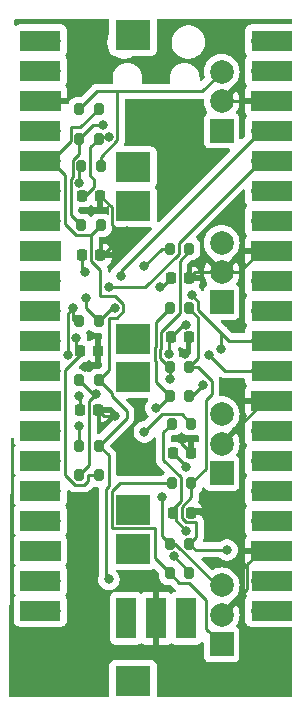
<source format=gbr>
G04 #@! TF.GenerationSoftware,KiCad,Pcbnew,(6.0.1)*
G04 #@! TF.CreationDate,2022-01-27T16:12:39+01:00*
G04 #@! TF.ProjectId,mico,6d69636f-2e6b-4696-9361-645f70636258,rev?*
G04 #@! TF.SameCoordinates,Original*
G04 #@! TF.FileFunction,Copper,L2,Bot*
G04 #@! TF.FilePolarity,Positive*
%FSLAX46Y46*%
G04 Gerber Fmt 4.6, Leading zero omitted, Abs format (unit mm)*
G04 Created by KiCad (PCBNEW (6.0.1)) date 2022-01-27 16:12:39*
%MOMM*%
%LPD*%
G01*
G04 APERTURE LIST*
G04 Aperture macros list*
%AMRoundRect*
0 Rectangle with rounded corners*
0 $1 Rounding radius*
0 $2 $3 $4 $5 $6 $7 $8 $9 X,Y pos of 4 corners*
0 Add a 4 corners polygon primitive as box body*
4,1,4,$2,$3,$4,$5,$6,$7,$8,$9,$2,$3,0*
0 Add four circle primitives for the rounded corners*
1,1,$1+$1,$2,$3*
1,1,$1+$1,$4,$5*
1,1,$1+$1,$6,$7*
1,1,$1+$1,$8,$9*
0 Add four rect primitives between the rounded corners*
20,1,$1+$1,$2,$3,$4,$5,0*
20,1,$1+$1,$4,$5,$6,$7,0*
20,1,$1+$1,$6,$7,$8,$9,0*
20,1,$1+$1,$8,$9,$2,$3,0*%
G04 Aperture macros list end*
G04 #@! TA.AperFunction,ComponentPad*
%ADD10R,2.000000X2.000000*%
G04 #@! TD*
G04 #@! TA.AperFunction,ComponentPad*
%ADD11C,2.000000*%
G04 #@! TD*
G04 #@! TA.AperFunction,ComponentPad*
%ADD12R,3.000000X2.500000*%
G04 #@! TD*
G04 #@! TA.AperFunction,SMDPad,CuDef*
%ADD13RoundRect,0.225000X-0.225000X-0.250000X0.225000X-0.250000X0.225000X0.250000X-0.225000X0.250000X0*%
G04 #@! TD*
G04 #@! TA.AperFunction,SMDPad,CuDef*
%ADD14RoundRect,0.200000X-0.200000X-0.275000X0.200000X-0.275000X0.200000X0.275000X-0.200000X0.275000X0*%
G04 #@! TD*
G04 #@! TA.AperFunction,SMDPad,CuDef*
%ADD15R,3.500000X1.700000*%
G04 #@! TD*
G04 #@! TA.AperFunction,ComponentPad*
%ADD16O,1.700000X1.700000*%
G04 #@! TD*
G04 #@! TA.AperFunction,ComponentPad*
%ADD17R,1.700000X1.700000*%
G04 #@! TD*
G04 #@! TA.AperFunction,SMDPad,CuDef*
%ADD18R,1.700000X3.500000*%
G04 #@! TD*
G04 #@! TA.AperFunction,ViaPad*
%ADD19C,0.800000*%
G04 #@! TD*
G04 #@! TA.AperFunction,Conductor*
%ADD20C,0.250000*%
G04 #@! TD*
G04 APERTURE END LIST*
D10*
X143550000Y-76500000D03*
D11*
X143550000Y-71500000D03*
X143550000Y-74000000D03*
D12*
X136050000Y-68400000D03*
X136050000Y-79600000D03*
D10*
X143550000Y-91000000D03*
D11*
X143550000Y-86000000D03*
X143550000Y-88500000D03*
D12*
X136050000Y-82900000D03*
X136050000Y-94100000D03*
D10*
X143550000Y-120000000D03*
D11*
X143550000Y-115000000D03*
X143550000Y-117500000D03*
D12*
X136050000Y-111900000D03*
X136050000Y-123100000D03*
D10*
X143550000Y-105500000D03*
D11*
X143550000Y-100500000D03*
X143550000Y-103000000D03*
D12*
X136050000Y-97400000D03*
X136050000Y-108600000D03*
D13*
X139395000Y-108850000D03*
X140945000Y-108850000D03*
X131725000Y-87030000D03*
X133275000Y-87030000D03*
X131725000Y-82010000D03*
X133275000Y-82010000D03*
D14*
X131505000Y-105670000D03*
X133155000Y-105670000D03*
X131675000Y-79500000D03*
X133325000Y-79500000D03*
D13*
X131555000Y-95140000D03*
X133105000Y-95140000D03*
D14*
X139175000Y-96480000D03*
X140825000Y-96480000D03*
D13*
X139225000Y-88990000D03*
X140775000Y-88990000D03*
D14*
X139175000Y-98990000D03*
X140825000Y-98990000D03*
X131505000Y-97650000D03*
X133155000Y-97650000D03*
D13*
X139395000Y-103830000D03*
X140945000Y-103830000D03*
D14*
X139175000Y-111480000D03*
X140825000Y-111480000D03*
X131675000Y-84520000D03*
X133325000Y-84520000D03*
X139345000Y-101320000D03*
X140995000Y-101320000D03*
X139175000Y-113990000D03*
X140825000Y-113990000D03*
X139345000Y-106340000D03*
X140995000Y-106340000D03*
D13*
X139225000Y-94010000D03*
X140775000Y-94010000D03*
D15*
X147790000Y-68870000D03*
D16*
X146890000Y-68870000D03*
X146890000Y-71410000D03*
D15*
X147790000Y-71410000D03*
D17*
X146890000Y-73950000D03*
D15*
X147790000Y-73950000D03*
D16*
X146890000Y-76490000D03*
D15*
X147790000Y-76490000D03*
X147790000Y-79030000D03*
D16*
X146890000Y-79030000D03*
X146890000Y-81570000D03*
D15*
X147790000Y-81570000D03*
X147790000Y-84110000D03*
D16*
X146890000Y-84110000D03*
D17*
X146890000Y-86650000D03*
D15*
X147790000Y-86650000D03*
X147790000Y-89190000D03*
D16*
X146890000Y-89190000D03*
D15*
X147790000Y-91730000D03*
D16*
X146890000Y-91730000D03*
D15*
X147790000Y-94270000D03*
D16*
X146890000Y-94270000D03*
D15*
X147790000Y-96810000D03*
D16*
X146890000Y-96810000D03*
D17*
X146890000Y-99350000D03*
D15*
X147790000Y-99350000D03*
D16*
X146890000Y-101890000D03*
D15*
X147790000Y-101890000D03*
D16*
X146890000Y-104430000D03*
D15*
X147790000Y-104430000D03*
D16*
X146890000Y-106970000D03*
D15*
X147790000Y-106970000D03*
D16*
X146890000Y-109510000D03*
D15*
X147790000Y-109510000D03*
D17*
X146890000Y-112050000D03*
D15*
X147790000Y-112050000D03*
X147790000Y-114590000D03*
D16*
X146890000Y-114590000D03*
X146890000Y-117130000D03*
D15*
X147790000Y-117130000D03*
X128210000Y-117130000D03*
D16*
X129110000Y-117130000D03*
D15*
X128210000Y-114590000D03*
D16*
X129110000Y-114590000D03*
D17*
X129110000Y-112050000D03*
D15*
X128210000Y-112050000D03*
D16*
X129110000Y-109510000D03*
D15*
X128210000Y-109510000D03*
D16*
X129110000Y-106970000D03*
D15*
X128210000Y-106970000D03*
X128210000Y-104430000D03*
D16*
X129110000Y-104430000D03*
D15*
X128210000Y-101890000D03*
D16*
X129110000Y-101890000D03*
D15*
X128210000Y-99350000D03*
D17*
X129110000Y-99350000D03*
D15*
X128210000Y-96810000D03*
D16*
X129110000Y-96810000D03*
X129110000Y-94270000D03*
D15*
X128210000Y-94270000D03*
X128210000Y-91730000D03*
D16*
X129110000Y-91730000D03*
X129110000Y-89190000D03*
D15*
X128210000Y-89190000D03*
X128210000Y-86650000D03*
D17*
X129110000Y-86650000D03*
D15*
X128210000Y-84110000D03*
D16*
X129110000Y-84110000D03*
X129110000Y-81570000D03*
D15*
X128210000Y-81570000D03*
D16*
X129110000Y-79030000D03*
D15*
X128210000Y-79030000D03*
X128210000Y-76490000D03*
D16*
X129110000Y-76490000D03*
D15*
X128210000Y-73950000D03*
D17*
X129110000Y-73950000D03*
D16*
X129110000Y-71410000D03*
D15*
X128210000Y-71410000D03*
D16*
X129110000Y-68870000D03*
D15*
X128210000Y-68870000D03*
D18*
X140540000Y-117800000D03*
D16*
X140540000Y-116900000D03*
D17*
X138000000Y-116900000D03*
D18*
X138000000Y-117800000D03*
D16*
X135460000Y-116900000D03*
D18*
X135460000Y-117800000D03*
D14*
X131505000Y-77170000D03*
X133155000Y-77170000D03*
X131505000Y-74660000D03*
X133155000Y-74660000D03*
X139175000Y-91500000D03*
X140825000Y-91500000D03*
D13*
X131555000Y-100160000D03*
X133105000Y-100160000D03*
D14*
X139175000Y-86480000D03*
X140825000Y-86480000D03*
X131505000Y-103160000D03*
X133155000Y-103160000D03*
X131505000Y-92630000D03*
X133155000Y-92630000D03*
D19*
X134000000Y-77000000D03*
X144500000Y-122500000D03*
X144000000Y-69000000D03*
X140071848Y-102500000D03*
X138000000Y-74500000D03*
X145000000Y-83000000D03*
X144000000Y-98000000D03*
X131500000Y-115500000D03*
X135500000Y-85000000D03*
X134500000Y-100657030D03*
X132000000Y-69000000D03*
X135500000Y-104500000D03*
X131500000Y-112000000D03*
X132000000Y-96500000D03*
X140485422Y-95417777D03*
X144000000Y-68000000D03*
X143500000Y-108500000D03*
X131500000Y-80935500D03*
X132000000Y-88500000D03*
X139507295Y-112543479D03*
X140500000Y-105000000D03*
X140500000Y-110374020D03*
X142000000Y-98000000D03*
X143500000Y-95000000D03*
X138291597Y-89708403D03*
X141000000Y-90425500D03*
X142500000Y-95500000D03*
X139048528Y-95405500D03*
X140495874Y-92937278D03*
X137000000Y-88000000D03*
X135000000Y-88775500D03*
X131224500Y-94017388D03*
X130500000Y-95500000D03*
X131000000Y-91500000D03*
X131500000Y-99000000D03*
X134000000Y-89775500D03*
X133500000Y-76000000D03*
X144000000Y-112000000D03*
X134000000Y-114500000D03*
X137000000Y-102000000D03*
X138500000Y-107500000D03*
X137988616Y-99987644D03*
X139174980Y-97508834D03*
X132949001Y-98774414D03*
X134500008Y-91499992D03*
X132050426Y-90700475D03*
X131500000Y-101500000D03*
D20*
X133155000Y-77170000D02*
X132399520Y-77925480D01*
X132399520Y-77925480D02*
X132399520Y-80308072D01*
X131956004Y-82010000D02*
X131725000Y-82010000D01*
X132728627Y-81237377D02*
X131956004Y-82010000D01*
X132399520Y-80308072D02*
X132728627Y-80637179D01*
X134000000Y-77000000D02*
X133325000Y-77000000D01*
X132728627Y-80637179D02*
X132728627Y-81237377D01*
X133325000Y-77000000D02*
X133155000Y-77170000D01*
X145715489Y-115334511D02*
X145715489Y-113224511D01*
X133470000Y-87030000D02*
X133275000Y-87030000D01*
X141265000Y-88500000D02*
X143550000Y-88500000D01*
X143550000Y-88500000D02*
X145040000Y-88500000D01*
X140775000Y-95128199D02*
X140485422Y-95417777D01*
X140945000Y-103830000D02*
X140071848Y-102956848D01*
X133602030Y-100657030D02*
X133105000Y-100160000D01*
X140775000Y-88990000D02*
X141265000Y-88500000D01*
X143550000Y-117500000D02*
X145715489Y-115334511D01*
X146840000Y-74000000D02*
X146890000Y-73950000D01*
X140071848Y-102956848D02*
X140071848Y-102500000D01*
X146890000Y-99660000D02*
X146890000Y-99350000D01*
X135500000Y-85000000D02*
X134750978Y-85000000D01*
X135500000Y-85000000D02*
X133470000Y-87030000D01*
X141295000Y-108500000D02*
X140945000Y-108850000D01*
X134500000Y-100657030D02*
X133602030Y-100657030D01*
X143550000Y-103000000D02*
X146890000Y-99660000D01*
X134750978Y-85000000D02*
X134225489Y-84474511D01*
X143550000Y-74000000D02*
X146840000Y-74000000D01*
X143500000Y-108500000D02*
X141295000Y-108500000D01*
X134225489Y-84474511D02*
X134225489Y-82960489D01*
X134225489Y-82960489D02*
X133275000Y-82010000D01*
X145715489Y-113224511D02*
X146890000Y-112050000D01*
X145040000Y-88500000D02*
X146890000Y-86650000D01*
X140775000Y-94010000D02*
X140775000Y-95128199D01*
X131500000Y-79675000D02*
X131675000Y-79500000D01*
X131725000Y-88225000D02*
X132000000Y-88500000D01*
X131725000Y-87030000D02*
X131725000Y-88225000D01*
X131500000Y-80935500D02*
X131500000Y-79675000D01*
X140500000Y-105000000D02*
X140500000Y-104935000D01*
X140500000Y-104935000D02*
X139395000Y-103830000D01*
X140825000Y-113990000D02*
X140825000Y-113861184D01*
X140825000Y-113861184D02*
X139507295Y-112543479D01*
X139395000Y-108850000D02*
X139720970Y-109175970D01*
X140306189Y-110180209D02*
X140500000Y-110374020D01*
X139720970Y-109175970D02*
X139720970Y-109513812D01*
X139720970Y-109513812D02*
X140306189Y-110099031D01*
X138620480Y-104398697D02*
X138620480Y-102044520D01*
X140069520Y-105847737D02*
X138620480Y-104398697D01*
X140069520Y-107837638D02*
X140069520Y-105847737D01*
X138620480Y-102044520D02*
X139345000Y-101320000D01*
X139395000Y-108850000D02*
X139395000Y-108512158D01*
X139395000Y-108512158D02*
X140069520Y-107837638D01*
X140306189Y-110099031D02*
X140306189Y-110180209D01*
X141549520Y-90975020D02*
X141000000Y-90425500D01*
X143500000Y-95000000D02*
X143500000Y-93599022D01*
X141549520Y-91648542D02*
X141549520Y-90975020D01*
X144170978Y-94270000D02*
X143450489Y-93549511D01*
X138506597Y-89708403D02*
X138291597Y-89708403D01*
X139225000Y-88990000D02*
X138506597Y-89708403D01*
X146890000Y-94270000D02*
X144170978Y-94270000D01*
X141010000Y-98990000D02*
X142000000Y-98000000D01*
X140825000Y-98990000D02*
X141010000Y-98990000D01*
X143450489Y-93549511D02*
X141549520Y-91648542D01*
X143500000Y-93599022D02*
X143450489Y-93549511D01*
X140495874Y-92937278D02*
X140297722Y-92937278D01*
X146890000Y-96810000D02*
X143810000Y-96810000D01*
X143810000Y-96810000D02*
X142500000Y-95500000D01*
X138520000Y-86480000D02*
X137000000Y-88000000D01*
X139048528Y-94186472D02*
X139225000Y-94010000D01*
X140297722Y-92937278D02*
X139225000Y-94010000D01*
X139048528Y-95405500D02*
X139048528Y-94186472D01*
X139175000Y-86480000D02*
X138520000Y-86480000D01*
X130284511Y-105666294D02*
X130284511Y-96740089D01*
X135000000Y-88380000D02*
X135000000Y-88775500D01*
X132229520Y-106162263D02*
X131891783Y-106500000D01*
X133155000Y-105670000D02*
X132229520Y-105670000D01*
X131891783Y-106500000D02*
X131118217Y-106500000D01*
X146890000Y-76490000D02*
X135000000Y-88380000D01*
X131555000Y-95469600D02*
X131555000Y-95140000D01*
X130284511Y-96740089D02*
X131555000Y-95469600D01*
X131118217Y-106500000D02*
X130284511Y-105666294D01*
X131224500Y-94809500D02*
X131224500Y-94017388D01*
X132229520Y-105670000D02*
X132229520Y-106162263D01*
X131555000Y-95140000D02*
X131224500Y-94809500D01*
X139899520Y-86972263D02*
X137096283Y-89775500D01*
X131555000Y-100160000D02*
X131555000Y-99055000D01*
X131555000Y-99055000D02*
X131500000Y-99000000D01*
X137096283Y-89775500D02*
X134000000Y-89775500D01*
X131000000Y-92125000D02*
X131505000Y-92630000D01*
X131000000Y-91500000D02*
X131000000Y-92500000D01*
X146890000Y-79030000D02*
X139899520Y-86020480D01*
X131000000Y-91500000D02*
X130500000Y-92000000D01*
X139899520Y-86020480D02*
X139899520Y-86972263D01*
X130500000Y-92000000D02*
X130500000Y-95500000D01*
X131000000Y-91500000D02*
X131000000Y-92125000D01*
X130775499Y-80635401D02*
X130775499Y-83620499D01*
X131505000Y-77170000D02*
X131505000Y-78453217D01*
X130775499Y-83620499D02*
X131675000Y-84520000D01*
X133500000Y-76000000D02*
X132675000Y-76000000D01*
X132675000Y-76000000D02*
X131505000Y-77170000D01*
X131505000Y-78453217D02*
X130950480Y-79007737D01*
X130950480Y-80460420D02*
X130775499Y-80635401D01*
X130950480Y-79007737D02*
X130950480Y-80460420D01*
X130780480Y-77359520D02*
X130780480Y-76219520D01*
X133775978Y-114275978D02*
X134000000Y-114500000D01*
X132500480Y-87507618D02*
X133275499Y-88282637D01*
X133155000Y-97650000D02*
X134225489Y-98720489D01*
X140170480Y-109327618D02*
X140170480Y-108372382D01*
X133155000Y-103160000D02*
X134000000Y-104005000D01*
X134225489Y-98974511D02*
X135500000Y-100249022D01*
X140825000Y-91559726D02*
X140825000Y-91500000D01*
X135500000Y-100815000D02*
X133155000Y-103160000D01*
X133775978Y-106839296D02*
X133775978Y-114275978D01*
X141504600Y-96480000D02*
X140825000Y-96480000D01*
X135500000Y-100249022D02*
X135500000Y-100815000D01*
X142225489Y-105109511D02*
X142225489Y-99299111D01*
X135224511Y-91199897D02*
X135224511Y-91800103D01*
X130325988Y-80245988D02*
X130325988Y-84387771D01*
X134049520Y-92371198D02*
X134049520Y-96755480D01*
X133275499Y-90500000D02*
X134524614Y-90500000D01*
X144000000Y-112000000D02*
X141345000Y-112000000D01*
X133325000Y-84520000D02*
X132500480Y-85344520D01*
X129110000Y-79030000D02*
X130325988Y-80245988D01*
X141549520Y-95755480D02*
X141549520Y-92284246D01*
X140170480Y-108372382D02*
X140995000Y-107547862D01*
X141345000Y-112000000D02*
X140825000Y-111480000D01*
X131595480Y-76219520D02*
X133155000Y-74660000D01*
X134000000Y-106615274D02*
X133775978Y-106839296D01*
X130325988Y-84387771D02*
X131257737Y-85319520D01*
X130780480Y-76219520D02*
X131595480Y-76219520D01*
X134000000Y-104005000D02*
X134000000Y-106615274D01*
X129110000Y-79030000D02*
X130780480Y-77359520D01*
X142225489Y-99299111D02*
X142724501Y-98800099D01*
X142724501Y-98800099D02*
X142724501Y-97699901D01*
X134225489Y-98720489D02*
X134225489Y-98974511D01*
X134653416Y-92371198D02*
X134049520Y-92371198D01*
X141549520Y-92284246D02*
X140825000Y-91559726D01*
X134524614Y-90500000D02*
X135224511Y-91199897D01*
X132500480Y-85344520D02*
X132500480Y-87507618D01*
X140492382Y-109649520D02*
X140170480Y-109327618D01*
X133275499Y-88282637D02*
X133275499Y-90500000D01*
X140995000Y-107547862D02*
X140995000Y-106340000D01*
X140825000Y-111480000D02*
X141397618Y-110907382D01*
X141397618Y-110907382D02*
X141397618Y-109649520D01*
X134049520Y-96755480D02*
X133155000Y-97650000D01*
X135224511Y-91800103D02*
X134653416Y-92371198D01*
X140825000Y-96480000D02*
X141549520Y-95755480D01*
X140995000Y-106340000D02*
X142225489Y-105109511D01*
X142724501Y-97699901D02*
X141504600Y-96480000D01*
X141397618Y-109649520D02*
X140492382Y-109649520D01*
X132525480Y-85319520D02*
X133325000Y-84520000D01*
X131257737Y-85319520D02*
X132525480Y-85319520D01*
X141895479Y-73154521D02*
X134654521Y-73154521D01*
X133010479Y-73154521D02*
X131505000Y-74660000D01*
X134654521Y-73154521D02*
X133010479Y-73154521D01*
X134724501Y-73224501D02*
X134654521Y-73154521D01*
X133325000Y-78699600D02*
X134724501Y-77300099D01*
X133325000Y-79500000D02*
X133325000Y-78699600D01*
X134724501Y-77300099D02*
X134724501Y-73224501D01*
X143550000Y-71500000D02*
X141895479Y-73154521D01*
X142225489Y-116236467D02*
X140778542Y-114789520D01*
X137874511Y-110174511D02*
X134225489Y-110174511D01*
X139175000Y-113990000D02*
X137874511Y-112689511D01*
X134910978Y-106340000D02*
X139345000Y-106340000D01*
X140778542Y-114789520D02*
X139974520Y-114789520D01*
X143550000Y-120000000D02*
X142225489Y-118675489D01*
X134225489Y-107025489D02*
X134910978Y-106340000D01*
X134225489Y-110174511D02*
X134225489Y-107025489D01*
X139974520Y-114789520D02*
X139175000Y-113990000D01*
X142225489Y-118675489D02*
X142225489Y-116236467D01*
X137874511Y-112689511D02*
X137874511Y-110174511D01*
X143550000Y-115000000D02*
X143128217Y-115000000D01*
X143128217Y-115000000D02*
X139608217Y-111480000D01*
X138479520Y-100520480D02*
X140195480Y-100520480D01*
X138500000Y-110805000D02*
X138500000Y-107500000D01*
X137000000Y-102000000D02*
X138479520Y-100520480D01*
X139608217Y-111480000D02*
X139175000Y-111480000D01*
X140195480Y-100520480D02*
X140995000Y-101320000D01*
X139175000Y-111480000D02*
X138500000Y-110805000D01*
X138000970Y-92674030D02*
X138000970Y-94744226D01*
X137874511Y-94870685D02*
X137874511Y-95940315D01*
X138177356Y-99987644D02*
X137988616Y-99987644D01*
X137874511Y-95940315D02*
X138000970Y-96066774D01*
X138000970Y-97815970D02*
X139175000Y-98990000D01*
X138000970Y-96066774D02*
X138000970Y-97815970D01*
X139175000Y-91500000D02*
X138000970Y-92674030D01*
X139175000Y-98990000D02*
X138177356Y-99987644D01*
X138000970Y-94744226D02*
X137874511Y-94870685D01*
X138450480Y-93532382D02*
X140000480Y-91982382D01*
X138324022Y-95056878D02*
X138450481Y-94930419D01*
X140825000Y-86682487D02*
X140825000Y-86480000D01*
X139049900Y-96480000D02*
X138324022Y-95754122D01*
X138324022Y-95754122D02*
X138324022Y-95056878D01*
X140000480Y-91982382D02*
X140000480Y-87507007D01*
X140000480Y-87507007D02*
X140825000Y-86682487D01*
X139174980Y-96480020D02*
X139174980Y-97508834D01*
X139175000Y-96480000D02*
X139174980Y-96480020D01*
X138450481Y-94930419D02*
X138450480Y-93532382D01*
X139175000Y-96480000D02*
X139049900Y-96480000D01*
X131505000Y-97650000D02*
X132629414Y-98774414D01*
X132330480Y-99392935D02*
X132949001Y-98774414D01*
X132629414Y-98774414D02*
X132949001Y-98774414D01*
X131505000Y-105670000D02*
X132330480Y-104844520D01*
X132330480Y-104844520D02*
X132330480Y-99392935D01*
X131505000Y-103160000D02*
X131505000Y-101505000D01*
X132050426Y-91525426D02*
X132050426Y-90700475D01*
X133155000Y-92630000D02*
X132050426Y-91525426D01*
X134285008Y-91499992D02*
X134500008Y-91499992D01*
X133155000Y-92630000D02*
X134285008Y-91499992D01*
X131505000Y-101505000D02*
X131500000Y-101500000D01*
G04 #@! TA.AperFunction,Conductor*
G36*
X143497700Y-97365477D02*
G01*
X143506077Y-97368753D01*
X143525537Y-97377174D01*
X143536187Y-97382391D01*
X143574940Y-97403695D01*
X143582615Y-97405666D01*
X143582616Y-97405666D01*
X143594562Y-97408733D01*
X143613267Y-97415137D01*
X143631855Y-97423181D01*
X143639678Y-97424420D01*
X143639688Y-97424423D01*
X143675524Y-97430099D01*
X143687144Y-97432505D01*
X143722289Y-97441528D01*
X143729970Y-97443500D01*
X143750224Y-97443500D01*
X143769934Y-97445051D01*
X143789943Y-97448220D01*
X143797835Y-97447474D01*
X143833961Y-97444059D01*
X143845819Y-97443500D01*
X145405500Y-97443500D01*
X145473621Y-97463502D01*
X145520114Y-97517158D01*
X145531500Y-97569500D01*
X145531500Y-97708134D01*
X145538255Y-97770316D01*
X145589385Y-97906705D01*
X145594771Y-97913891D01*
X145662942Y-98004852D01*
X145687790Y-98071358D01*
X145672737Y-98140741D01*
X145662942Y-98155982D01*
X145595214Y-98246351D01*
X145586676Y-98261946D01*
X145541522Y-98382394D01*
X145537895Y-98397649D01*
X145532369Y-98448514D01*
X145532000Y-98455328D01*
X145532000Y-99077885D01*
X145536475Y-99093124D01*
X145537865Y-99094329D01*
X145545548Y-99096000D01*
X148162000Y-99096000D01*
X148230121Y-99116002D01*
X148276614Y-99169658D01*
X148288000Y-99222000D01*
X148288000Y-99478000D01*
X148267998Y-99546121D01*
X148214342Y-99592614D01*
X148162000Y-99604000D01*
X145550116Y-99604000D01*
X145534877Y-99608475D01*
X145533672Y-99609865D01*
X145532001Y-99617548D01*
X145532001Y-100244669D01*
X145532371Y-100251490D01*
X145537895Y-100302352D01*
X145541521Y-100317604D01*
X145586676Y-100438054D01*
X145595214Y-100453649D01*
X145662942Y-100544018D01*
X145687790Y-100610525D01*
X145672737Y-100679907D01*
X145662942Y-100695148D01*
X145589385Y-100793295D01*
X145538255Y-100929684D01*
X145531500Y-100991866D01*
X145531500Y-101810219D01*
X145530787Y-101823607D01*
X145527251Y-101856695D01*
X145527548Y-101861848D01*
X145527548Y-101861851D01*
X145531291Y-101926763D01*
X145531500Y-101934016D01*
X145531500Y-102788134D01*
X145538255Y-102850316D01*
X145589385Y-102986705D01*
X145662630Y-103084435D01*
X145687478Y-103150941D01*
X145672425Y-103220324D01*
X145662632Y-103235562D01*
X145589385Y-103333295D01*
X145538255Y-103469684D01*
X145531500Y-103531866D01*
X145531500Y-104350219D01*
X145530787Y-104363607D01*
X145527251Y-104396695D01*
X145527548Y-104401848D01*
X145527548Y-104401851D01*
X145531291Y-104466763D01*
X145531500Y-104474016D01*
X145531500Y-105328134D01*
X145538255Y-105390316D01*
X145589385Y-105526705D01*
X145662630Y-105624435D01*
X145687478Y-105690941D01*
X145672425Y-105760324D01*
X145662632Y-105775562D01*
X145589385Y-105873295D01*
X145538255Y-106009684D01*
X145531500Y-106071866D01*
X145531500Y-106890219D01*
X145530787Y-106903607D01*
X145527251Y-106936695D01*
X145527548Y-106941848D01*
X145527548Y-106941851D01*
X145531291Y-107006763D01*
X145531500Y-107014016D01*
X145531500Y-107868134D01*
X145538255Y-107930316D01*
X145589385Y-108066705D01*
X145594771Y-108073891D01*
X145662630Y-108164435D01*
X145687478Y-108230941D01*
X145672425Y-108300324D01*
X145662632Y-108315562D01*
X145589385Y-108413295D01*
X145538255Y-108549684D01*
X145531500Y-108611866D01*
X145531500Y-109430219D01*
X145530787Y-109443607D01*
X145527251Y-109476695D01*
X145527548Y-109481848D01*
X145527548Y-109481851D01*
X145531291Y-109546763D01*
X145531500Y-109554016D01*
X145531500Y-110408134D01*
X145538255Y-110470316D01*
X145589385Y-110606705D01*
X145594771Y-110613891D01*
X145662942Y-110704852D01*
X145687790Y-110771358D01*
X145672737Y-110840741D01*
X145662942Y-110855982D01*
X145595214Y-110946351D01*
X145586676Y-110961946D01*
X145541522Y-111082394D01*
X145537895Y-111097649D01*
X145532369Y-111148514D01*
X145532000Y-111155328D01*
X145532000Y-111777885D01*
X145536475Y-111793124D01*
X145537865Y-111794329D01*
X145545548Y-111796000D01*
X148162000Y-111796000D01*
X148230121Y-111816002D01*
X148276614Y-111869658D01*
X148288000Y-111922000D01*
X148288000Y-112178000D01*
X148267998Y-112246121D01*
X148214342Y-112292614D01*
X148162000Y-112304000D01*
X145550116Y-112304000D01*
X145534877Y-112308475D01*
X145533672Y-112309865D01*
X145532001Y-112317548D01*
X145532001Y-112944669D01*
X145532371Y-112951490D01*
X145537895Y-113002352D01*
X145541521Y-113017604D01*
X145586676Y-113138054D01*
X145595214Y-113153649D01*
X145662942Y-113244018D01*
X145687790Y-113310525D01*
X145672737Y-113379907D01*
X145662942Y-113395148D01*
X145639578Y-113426323D01*
X145589385Y-113493295D01*
X145538255Y-113629684D01*
X145531500Y-113691866D01*
X145531500Y-114510219D01*
X145530787Y-114523607D01*
X145527251Y-114556695D01*
X145527548Y-114561848D01*
X145527548Y-114561851D01*
X145531291Y-114626763D01*
X145531500Y-114634016D01*
X145531500Y-115488134D01*
X145538255Y-115550316D01*
X145589385Y-115686705D01*
X145594771Y-115693891D01*
X145662630Y-115784435D01*
X145687478Y-115850941D01*
X145672425Y-115920324D01*
X145662632Y-115935562D01*
X145589385Y-116033295D01*
X145538255Y-116169684D01*
X145531500Y-116231866D01*
X145531500Y-117050219D01*
X145530787Y-117063607D01*
X145527251Y-117096695D01*
X145527548Y-117101848D01*
X145527548Y-117101851D01*
X145531291Y-117166763D01*
X145531500Y-117174016D01*
X145531500Y-118028134D01*
X145538255Y-118090316D01*
X145589385Y-118226705D01*
X145676739Y-118343261D01*
X145793295Y-118430615D01*
X145929684Y-118481745D01*
X145991866Y-118488500D01*
X146860826Y-118488500D01*
X146865443Y-118488585D01*
X146946673Y-118491564D01*
X146946677Y-118491564D01*
X146951837Y-118491753D01*
X146956957Y-118491097D01*
X146956959Y-118491097D01*
X146969261Y-118489521D01*
X146985271Y-118488500D01*
X149366000Y-118488500D01*
X149434121Y-118508502D01*
X149480614Y-118562158D01*
X149492000Y-118614500D01*
X149492000Y-124366000D01*
X149471998Y-124434121D01*
X149418342Y-124480614D01*
X149366000Y-124492000D01*
X138184500Y-124492000D01*
X138116379Y-124471998D01*
X138069886Y-124418342D01*
X138058500Y-124366000D01*
X138058500Y-121801866D01*
X138051745Y-121739684D01*
X138000615Y-121603295D01*
X137913261Y-121486739D01*
X137796705Y-121399385D01*
X137660316Y-121348255D01*
X137598134Y-121341500D01*
X134501866Y-121341500D01*
X134439684Y-121348255D01*
X134303295Y-121399385D01*
X134186739Y-121486739D01*
X134099385Y-121603295D01*
X134048255Y-121739684D01*
X134041500Y-121801866D01*
X134041500Y-124366000D01*
X134021498Y-124434121D01*
X133967842Y-124480614D01*
X133915500Y-124492000D01*
X125639441Y-124492000D01*
X125571320Y-124471998D01*
X125524827Y-124418342D01*
X125513446Y-124364923D01*
X125538747Y-121404771D01*
X125699505Y-102596064D01*
X125720088Y-102528117D01*
X125774139Y-102482084D01*
X125844497Y-102472581D01*
X125908823Y-102502625D01*
X125946695Y-102562677D01*
X125951500Y-102597141D01*
X125951500Y-102788134D01*
X125958255Y-102850316D01*
X126009385Y-102986705D01*
X126082630Y-103084435D01*
X126107478Y-103150941D01*
X126092425Y-103220324D01*
X126082632Y-103235562D01*
X126009385Y-103333295D01*
X125958255Y-103469684D01*
X125951500Y-103531866D01*
X125951500Y-105328134D01*
X125958255Y-105390316D01*
X126009385Y-105526705D01*
X126082630Y-105624435D01*
X126107478Y-105690941D01*
X126092425Y-105760324D01*
X126082632Y-105775562D01*
X126009385Y-105873295D01*
X125958255Y-106009684D01*
X125951500Y-106071866D01*
X125951500Y-107868134D01*
X125958255Y-107930316D01*
X126009385Y-108066705D01*
X126014771Y-108073891D01*
X126082630Y-108164435D01*
X126107478Y-108230941D01*
X126092425Y-108300324D01*
X126082632Y-108315562D01*
X126009385Y-108413295D01*
X125958255Y-108549684D01*
X125951500Y-108611866D01*
X125951500Y-110408134D01*
X125958255Y-110470316D01*
X126009385Y-110606705D01*
X126014771Y-110613891D01*
X126082630Y-110704435D01*
X126107478Y-110770941D01*
X126092425Y-110840324D01*
X126082632Y-110855562D01*
X126009385Y-110953295D01*
X125958255Y-111089684D01*
X125951500Y-111151866D01*
X125951500Y-112948134D01*
X125958255Y-113010316D01*
X126009385Y-113146705D01*
X126077998Y-113238255D01*
X126082630Y-113244435D01*
X126107478Y-113310941D01*
X126092425Y-113380324D01*
X126082632Y-113395562D01*
X126009385Y-113493295D01*
X125958255Y-113629684D01*
X125951500Y-113691866D01*
X125951500Y-115488134D01*
X125958255Y-115550316D01*
X126009385Y-115686705D01*
X126014771Y-115693891D01*
X126082630Y-115784435D01*
X126107478Y-115850941D01*
X126092425Y-115920324D01*
X126082632Y-115935562D01*
X126009385Y-116033295D01*
X125958255Y-116169684D01*
X125951500Y-116231866D01*
X125951500Y-118028134D01*
X125958255Y-118090316D01*
X126009385Y-118226705D01*
X126096739Y-118343261D01*
X126213295Y-118430615D01*
X126349684Y-118481745D01*
X126411866Y-118488500D01*
X129080826Y-118488500D01*
X129085443Y-118488585D01*
X129166673Y-118491564D01*
X129166677Y-118491564D01*
X129171837Y-118491753D01*
X129176957Y-118491097D01*
X129176959Y-118491097D01*
X129189261Y-118489521D01*
X129205271Y-118488500D01*
X130008134Y-118488500D01*
X130070316Y-118481745D01*
X130206705Y-118430615D01*
X130323261Y-118343261D01*
X130410615Y-118226705D01*
X130461745Y-118090316D01*
X130468500Y-118028134D01*
X130468500Y-117227856D01*
X130469578Y-117211409D01*
X130471092Y-117199908D01*
X130471529Y-117196590D01*
X130473156Y-117130000D01*
X130468924Y-117078524D01*
X130468500Y-117068200D01*
X130468500Y-116866695D01*
X134097251Y-116866695D01*
X134097548Y-116871848D01*
X134097548Y-116871851D01*
X134101291Y-116936763D01*
X134101500Y-116944016D01*
X134101500Y-119598134D01*
X134108255Y-119660316D01*
X134159385Y-119796705D01*
X134246739Y-119913261D01*
X134363295Y-120000615D01*
X134499684Y-120051745D01*
X134561866Y-120058500D01*
X136358134Y-120058500D01*
X136420316Y-120051745D01*
X136556705Y-120000615D01*
X136654851Y-119927058D01*
X136721358Y-119902210D01*
X136790741Y-119917263D01*
X136805982Y-119927058D01*
X136896351Y-119994786D01*
X136911946Y-120003324D01*
X137032394Y-120048478D01*
X137047649Y-120052105D01*
X137098514Y-120057631D01*
X137105328Y-120058000D01*
X137727885Y-120058000D01*
X137743124Y-120053525D01*
X137744329Y-120052135D01*
X137746000Y-120044452D01*
X137746000Y-115560116D01*
X137741525Y-115544877D01*
X137740135Y-115543672D01*
X137732452Y-115542001D01*
X137105331Y-115542001D01*
X137098510Y-115542371D01*
X137047648Y-115547895D01*
X137032396Y-115551521D01*
X136911946Y-115596676D01*
X136896351Y-115605214D01*
X136805982Y-115672942D01*
X136739475Y-115697790D01*
X136670093Y-115682737D01*
X136654852Y-115672942D01*
X136623677Y-115649578D01*
X136556705Y-115599385D01*
X136420316Y-115548255D01*
X136358134Y-115541500D01*
X135474985Y-115541500D01*
X135473446Y-115541491D01*
X135370081Y-115540228D01*
X135370079Y-115540228D01*
X135364911Y-115540165D01*
X135359797Y-115540948D01*
X135356289Y-115541193D01*
X135347496Y-115541500D01*
X134561866Y-115541500D01*
X134499684Y-115548255D01*
X134492283Y-115551030D01*
X134492277Y-115551031D01*
X134490398Y-115551735D01*
X134488833Y-115551849D01*
X134484600Y-115552856D01*
X134484437Y-115552171D01*
X134419591Y-115556915D01*
X134405791Y-115549408D01*
X134404318Y-115556027D01*
X134362228Y-115597962D01*
X134363295Y-115599385D01*
X134246739Y-115686739D01*
X134159385Y-115803295D01*
X134108255Y-115939684D01*
X134101500Y-116001866D01*
X134101500Y-116820219D01*
X134100787Y-116833607D01*
X134097251Y-116866695D01*
X130468500Y-116866695D01*
X130468500Y-116231866D01*
X130461745Y-116169684D01*
X130410615Y-116033295D01*
X130337370Y-115935564D01*
X130312522Y-115869059D01*
X130327575Y-115799676D01*
X130337370Y-115784435D01*
X130405229Y-115693891D01*
X130410615Y-115686705D01*
X130461745Y-115550316D01*
X130468500Y-115488134D01*
X130468500Y-114687856D01*
X130469578Y-114671409D01*
X130471092Y-114659908D01*
X130471529Y-114656590D01*
X130473156Y-114590000D01*
X130468924Y-114538524D01*
X130468500Y-114528200D01*
X130468500Y-113691866D01*
X130461745Y-113629684D01*
X130410615Y-113493295D01*
X130337370Y-113395564D01*
X130312522Y-113329059D01*
X130327575Y-113259676D01*
X130337370Y-113244435D01*
X130342002Y-113238255D01*
X130410615Y-113146705D01*
X130461745Y-113010316D01*
X130468500Y-112948134D01*
X130468500Y-111151866D01*
X130461745Y-111089684D01*
X130410615Y-110953295D01*
X130337370Y-110855564D01*
X130312522Y-110789059D01*
X130327575Y-110719676D01*
X130337370Y-110704435D01*
X130405229Y-110613891D01*
X130410615Y-110606705D01*
X130461745Y-110470316D01*
X130468500Y-110408134D01*
X130468500Y-109607856D01*
X130469578Y-109591409D01*
X130471092Y-109579908D01*
X130471529Y-109576590D01*
X130473156Y-109510000D01*
X130468924Y-109458524D01*
X130468500Y-109448200D01*
X130468500Y-108611866D01*
X130461745Y-108549684D01*
X130410615Y-108413295D01*
X130337370Y-108315564D01*
X130312522Y-108249059D01*
X130327575Y-108179676D01*
X130337370Y-108164435D01*
X130405229Y-108073891D01*
X130410615Y-108066705D01*
X130461745Y-107930316D01*
X130468500Y-107868134D01*
X130468500Y-107067856D01*
X130469578Y-107051409D01*
X130471529Y-107036590D01*
X130473099Y-107036797D01*
X130496085Y-106976271D01*
X130553173Y-106934063D01*
X130624018Y-106929420D01*
X130685597Y-106963284D01*
X130698447Y-106976134D01*
X130701642Y-106978612D01*
X130710664Y-106986318D01*
X130742896Y-107016586D01*
X130749845Y-107020406D01*
X130760649Y-107026346D01*
X130777173Y-107037199D01*
X130793176Y-107049613D01*
X130833760Y-107067176D01*
X130844390Y-107072383D01*
X130883157Y-107093695D01*
X130890834Y-107095666D01*
X130890839Y-107095668D01*
X130902775Y-107098732D01*
X130921483Y-107105137D01*
X130940072Y-107113181D01*
X130947897Y-107114420D01*
X130947899Y-107114421D01*
X130983736Y-107120097D01*
X130995357Y-107122504D01*
X131027176Y-107130673D01*
X131038187Y-107133500D01*
X131058448Y-107133500D01*
X131078157Y-107135051D01*
X131098160Y-107138219D01*
X131106052Y-107137473D01*
X131111279Y-107136979D01*
X131142171Y-107134059D01*
X131154028Y-107133500D01*
X131813016Y-107133500D01*
X131824199Y-107134027D01*
X131831692Y-107135702D01*
X131839618Y-107135453D01*
X131839619Y-107135453D01*
X131899769Y-107133562D01*
X131903728Y-107133500D01*
X131931639Y-107133500D01*
X131935574Y-107133003D01*
X131935639Y-107132995D01*
X131947476Y-107132062D01*
X131979734Y-107131048D01*
X131983753Y-107130922D01*
X131991672Y-107130673D01*
X132011126Y-107125021D01*
X132030483Y-107121013D01*
X132042713Y-107119468D01*
X132042714Y-107119468D01*
X132050580Y-107118474D01*
X132057951Y-107115555D01*
X132057953Y-107115555D01*
X132091695Y-107102196D01*
X132102925Y-107098351D01*
X132137766Y-107088229D01*
X132137767Y-107088229D01*
X132145376Y-107086018D01*
X132152195Y-107081985D01*
X132152200Y-107081983D01*
X132162811Y-107075707D01*
X132180559Y-107067012D01*
X132199400Y-107059552D01*
X132219770Y-107044753D01*
X132235170Y-107033564D01*
X132245090Y-107027048D01*
X132276318Y-107008580D01*
X132276321Y-107008578D01*
X132283145Y-107004542D01*
X132297466Y-106990221D01*
X132312500Y-106977380D01*
X132328890Y-106965472D01*
X132357081Y-106931395D01*
X132365071Y-106922616D01*
X132621767Y-106665920D01*
X132630054Y-106658378D01*
X132636538Y-106654263D01*
X132641385Y-106649102D01*
X132706274Y-106621240D01*
X132759035Y-106626100D01*
X132818555Y-106644753D01*
X132818558Y-106644754D01*
X132824938Y-106646753D01*
X132898365Y-106653500D01*
X133016478Y-106653500D01*
X133084599Y-106673502D01*
X133131092Y-106727158D01*
X133142478Y-106779500D01*
X133142478Y-106779520D01*
X133140927Y-106799230D01*
X133137758Y-106819239D01*
X133138504Y-106827131D01*
X133141919Y-106863257D01*
X133142478Y-106875115D01*
X133142478Y-114179258D01*
X133136311Y-114218195D01*
X133106458Y-114310072D01*
X133105768Y-114316635D01*
X133105767Y-114316642D01*
X133097525Y-114395062D01*
X133086496Y-114500000D01*
X133087186Y-114506565D01*
X133104512Y-114671409D01*
X133106458Y-114689928D01*
X133165473Y-114871556D01*
X133260960Y-115036944D01*
X133388747Y-115178866D01*
X133543248Y-115291118D01*
X133549276Y-115293802D01*
X133549278Y-115293803D01*
X133609558Y-115320641D01*
X133717712Y-115368794D01*
X133811112Y-115388647D01*
X133898056Y-115407128D01*
X133898061Y-115407128D01*
X133904513Y-115408500D01*
X134095487Y-115408500D01*
X134101939Y-115407128D01*
X134101944Y-115407128D01*
X134267822Y-115371869D01*
X134337539Y-115377189D01*
X134370503Y-115333005D01*
X134394927Y-115318644D01*
X134414511Y-115309925D01*
X134456752Y-115291118D01*
X134611253Y-115178866D01*
X134739040Y-115036944D01*
X134834527Y-114871556D01*
X134893542Y-114689928D01*
X134895489Y-114671409D01*
X134912814Y-114506565D01*
X134913504Y-114500000D01*
X134894454Y-114318751D01*
X134894232Y-114316635D01*
X134894232Y-114316633D01*
X134893542Y-114310072D01*
X134834527Y-114128444D01*
X134826649Y-114114798D01*
X134777456Y-114029594D01*
X134739040Y-113963056D01*
X134654181Y-113868810D01*
X134623463Y-113804803D01*
X134632228Y-113734349D01*
X134677691Y-113679818D01*
X134747817Y-113658500D01*
X137598134Y-113658500D01*
X137660316Y-113651745D01*
X137788391Y-113603732D01*
X137859198Y-113598549D01*
X137921715Y-113632619D01*
X138229595Y-113940499D01*
X138263621Y-114002811D01*
X138266500Y-114029594D01*
X138266501Y-114321634D01*
X138273247Y-114395062D01*
X138275246Y-114401440D01*
X138275246Y-114401441D01*
X138318206Y-114538524D01*
X138324528Y-114558699D01*
X138413361Y-114705381D01*
X138534619Y-114826639D01*
X138681301Y-114915472D01*
X138688548Y-114917743D01*
X138688550Y-114917744D01*
X138754836Y-114938517D01*
X138844938Y-114966753D01*
X138918365Y-114973500D01*
X138936473Y-114973500D01*
X139210405Y-114973499D01*
X139278524Y-114993501D01*
X139299500Y-115010404D01*
X139470873Y-115181778D01*
X139478407Y-115190057D01*
X139482520Y-115196538D01*
X139520046Y-115231777D01*
X139532171Y-115243163D01*
X139535013Y-115245918D01*
X139554750Y-115265655D01*
X139557947Y-115268135D01*
X139566967Y-115275838D01*
X139599199Y-115306106D01*
X139606144Y-115309924D01*
X139606145Y-115309925D01*
X139615744Y-115315202D01*
X139665801Y-115365548D01*
X139680694Y-115434965D01*
X139655692Y-115501414D01*
X139598734Y-115543798D01*
X139586420Y-115547523D01*
X139579684Y-115548255D01*
X139572289Y-115551027D01*
X139572286Y-115551028D01*
X139457978Y-115593880D01*
X139443295Y-115599385D01*
X139376323Y-115649578D01*
X139345148Y-115672942D01*
X139278642Y-115697790D01*
X139209259Y-115682737D01*
X139194018Y-115672942D01*
X139103649Y-115605214D01*
X139088054Y-115596676D01*
X138967606Y-115551522D01*
X138952351Y-115547895D01*
X138901486Y-115542369D01*
X138894672Y-115542000D01*
X138272115Y-115542000D01*
X138256876Y-115546475D01*
X138255671Y-115547865D01*
X138254000Y-115555548D01*
X138254000Y-120039884D01*
X138258475Y-120055123D01*
X138259865Y-120056328D01*
X138267548Y-120057999D01*
X138894669Y-120057999D01*
X138901490Y-120057629D01*
X138952352Y-120052105D01*
X138967604Y-120048479D01*
X139088054Y-120003324D01*
X139103649Y-119994786D01*
X139194018Y-119927058D01*
X139260525Y-119902210D01*
X139329907Y-119917263D01*
X139345148Y-119927058D01*
X139443295Y-120000615D01*
X139579684Y-120051745D01*
X139641866Y-120058500D01*
X141438134Y-120058500D01*
X141500316Y-120051745D01*
X141636705Y-120000615D01*
X141753261Y-119913261D01*
X141814674Y-119831318D01*
X141871533Y-119788803D01*
X141942352Y-119783777D01*
X142004645Y-119817837D01*
X142038635Y-119880168D01*
X142041500Y-119906883D01*
X142041500Y-121048134D01*
X142048255Y-121110316D01*
X142099385Y-121246705D01*
X142186739Y-121363261D01*
X142303295Y-121450615D01*
X142439684Y-121501745D01*
X142501866Y-121508500D01*
X144598134Y-121508500D01*
X144660316Y-121501745D01*
X144796705Y-121450615D01*
X144913261Y-121363261D01*
X145000615Y-121246705D01*
X145051745Y-121110316D01*
X145058500Y-121048134D01*
X145058500Y-118951866D01*
X145051745Y-118889684D01*
X145000615Y-118753295D01*
X144913261Y-118636739D01*
X144805497Y-118555974D01*
X144762982Y-118499115D01*
X144757956Y-118428296D01*
X144775176Y-118389983D01*
X144773770Y-118389121D01*
X144895205Y-118190958D01*
X144899687Y-118182163D01*
X144986734Y-117972012D01*
X144989783Y-117962627D01*
X145042885Y-117741446D01*
X145044428Y-117731699D01*
X145062275Y-117504930D01*
X145062275Y-117495070D01*
X145044428Y-117268301D01*
X145042885Y-117258554D01*
X144989783Y-117037373D01*
X144986734Y-117027988D01*
X144899687Y-116817837D01*
X144895205Y-116809042D01*
X144792568Y-116641555D01*
X144782110Y-116632093D01*
X144773334Y-116635876D01*
X143639095Y-117770115D01*
X143576783Y-117804141D01*
X143505968Y-117799076D01*
X143460905Y-117770115D01*
X143279885Y-117589095D01*
X143245859Y-117526783D01*
X143250924Y-117455968D01*
X143279885Y-117410905D01*
X144411080Y-116279710D01*
X144432026Y-116241352D01*
X144460782Y-116205928D01*
X144616213Y-116073177D01*
X144619969Y-116069969D01*
X144774176Y-115889416D01*
X144776755Y-115885208D01*
X144776759Y-115885202D01*
X144895654Y-115691183D01*
X144898240Y-115686963D01*
X144932102Y-115605214D01*
X144987211Y-115472167D01*
X144987212Y-115472165D01*
X144989105Y-115467594D01*
X145010809Y-115377189D01*
X145043380Y-115241524D01*
X145043381Y-115241518D01*
X145044535Y-115236711D01*
X145063165Y-115000000D01*
X145044535Y-114763289D01*
X145031924Y-114710757D01*
X144990260Y-114537218D01*
X144989105Y-114532406D01*
X144979915Y-114510219D01*
X144900135Y-114317611D01*
X144900133Y-114317607D01*
X144898240Y-114313037D01*
X144892573Y-114303789D01*
X144776759Y-114114798D01*
X144776755Y-114114792D01*
X144774176Y-114110584D01*
X144619969Y-113930031D01*
X144439416Y-113775824D01*
X144435208Y-113773245D01*
X144435202Y-113773241D01*
X144241183Y-113654346D01*
X144236963Y-113651760D01*
X144232393Y-113649867D01*
X144232389Y-113649865D01*
X144022167Y-113562789D01*
X144022165Y-113562788D01*
X144017594Y-113560895D01*
X143937391Y-113541640D01*
X143791524Y-113506620D01*
X143791518Y-113506619D01*
X143786711Y-113505465D01*
X143550000Y-113486835D01*
X143313289Y-113505465D01*
X143308482Y-113506619D01*
X143308476Y-113506620D01*
X143162609Y-113541640D01*
X143082406Y-113560895D01*
X143077835Y-113562788D01*
X143077833Y-113562789D01*
X142867611Y-113649865D01*
X142867607Y-113649867D01*
X142863037Y-113651760D01*
X142858823Y-113654342D01*
X142858804Y-113654352D01*
X142831683Y-113670972D01*
X142763150Y-113689510D01*
X142695473Y-113668053D01*
X142676760Y-113652639D01*
X141872715Y-112848593D01*
X141838691Y-112786283D01*
X141843756Y-112715467D01*
X141886303Y-112658632D01*
X141952823Y-112633821D01*
X141961812Y-112633500D01*
X143291800Y-112633500D01*
X143359921Y-112653502D01*
X143379147Y-112669843D01*
X143379420Y-112669540D01*
X143384332Y-112673963D01*
X143388747Y-112678866D01*
X143543248Y-112791118D01*
X143549276Y-112793802D01*
X143549278Y-112793803D01*
X143672344Y-112848595D01*
X143717712Y-112868794D01*
X143811113Y-112888647D01*
X143898056Y-112907128D01*
X143898061Y-112907128D01*
X143904513Y-112908500D01*
X144095487Y-112908500D01*
X144101939Y-112907128D01*
X144101944Y-112907128D01*
X144188887Y-112888647D01*
X144282288Y-112868794D01*
X144327656Y-112848595D01*
X144450722Y-112793803D01*
X144450724Y-112793802D01*
X144456752Y-112791118D01*
X144611253Y-112678866D01*
X144739040Y-112536944D01*
X144834527Y-112371556D01*
X144893542Y-112189928D01*
X144913504Y-112000000D01*
X144893542Y-111810072D01*
X144834527Y-111628444D01*
X144739040Y-111463056D01*
X144611253Y-111321134D01*
X144456752Y-111208882D01*
X144450724Y-111206198D01*
X144450722Y-111206197D01*
X144288319Y-111133891D01*
X144288318Y-111133891D01*
X144282288Y-111131206D01*
X144188888Y-111111353D01*
X144101944Y-111092872D01*
X144101939Y-111092872D01*
X144095487Y-111091500D01*
X143904513Y-111091500D01*
X143898061Y-111092872D01*
X143898056Y-111092872D01*
X143811112Y-111111353D01*
X143717712Y-111131206D01*
X143711682Y-111133891D01*
X143711681Y-111133891D01*
X143549278Y-111206197D01*
X143549276Y-111206198D01*
X143543248Y-111208882D01*
X143537907Y-111212762D01*
X143537906Y-111212763D01*
X143427687Y-111292842D01*
X143388747Y-111321134D01*
X143384332Y-111326037D01*
X143379420Y-111330460D01*
X143378295Y-111329211D01*
X143324986Y-111362051D01*
X143291800Y-111366500D01*
X142081191Y-111366500D01*
X142013070Y-111346498D01*
X141966577Y-111292842D01*
X141956473Y-111222568D01*
X141970775Y-111179801D01*
X141984229Y-111155328D01*
X141991313Y-111142442D01*
X141993284Y-111134765D01*
X141993286Y-111134760D01*
X141996350Y-111122824D01*
X142002756Y-111104112D01*
X142007651Y-111092801D01*
X142010799Y-111085527D01*
X142012039Y-111077699D01*
X142012041Y-111077692D01*
X142017717Y-111041858D01*
X142020123Y-111030238D01*
X142029146Y-110995093D01*
X142029146Y-110995092D01*
X142031118Y-110987412D01*
X142031118Y-110967158D01*
X142032669Y-110947447D01*
X142034598Y-110935268D01*
X142035838Y-110927439D01*
X142031677Y-110883420D01*
X142031118Y-110871563D01*
X142031118Y-109721313D01*
X142033350Y-109697704D01*
X142033408Y-109697401D01*
X142033408Y-109697397D01*
X142034893Y-109689614D01*
X142031367Y-109633569D01*
X142031118Y-109625658D01*
X142031118Y-109609664D01*
X142029112Y-109593790D01*
X142028369Y-109585922D01*
X142025341Y-109537783D01*
X142025341Y-109537782D01*
X142024843Y-109529870D01*
X142022297Y-109522033D01*
X142017124Y-109498889D01*
X142017086Y-109498585D01*
X142017085Y-109498580D01*
X142016092Y-109490723D01*
X142013176Y-109483358D01*
X142013175Y-109483354D01*
X141995419Y-109438509D01*
X141992747Y-109431090D01*
X141975382Y-109377645D01*
X141971132Y-109370948D01*
X141970968Y-109370689D01*
X141960203Y-109349562D01*
X141960089Y-109349274D01*
X141960086Y-109349269D01*
X141957170Y-109341903D01*
X141952513Y-109335493D01*
X141952510Y-109335488D01*
X141924164Y-109296474D01*
X141919710Y-109289920D01*
X141916274Y-109284505D01*
X141896665Y-109216270D01*
X141897319Y-109204155D01*
X141902672Y-109151904D01*
X141903000Y-109145487D01*
X141903000Y-109122115D01*
X141898525Y-109106876D01*
X141897135Y-109105671D01*
X141889452Y-109104000D01*
X141754352Y-109104000D01*
X141700702Y-109092007D01*
X141688940Y-109086472D01*
X141681910Y-109082891D01*
X141632678Y-109055825D01*
X141625003Y-109053855D01*
X141624997Y-109053852D01*
X141624699Y-109053776D01*
X141602390Y-109045744D01*
X141602115Y-109045614D01*
X141602107Y-109045611D01*
X141594936Y-109042237D01*
X141539769Y-109031714D01*
X141532060Y-109029991D01*
X141498067Y-109021263D01*
X141485325Y-109017991D01*
X141485324Y-109017991D01*
X141477648Y-109016020D01*
X141469411Y-109016020D01*
X141445802Y-109013788D01*
X141445499Y-109013730D01*
X141445495Y-109013730D01*
X141437712Y-109012245D01*
X141381667Y-109015771D01*
X141373756Y-109016020D01*
X140929980Y-109016020D01*
X140861859Y-108996018D01*
X140815366Y-108942362D01*
X140803980Y-108890020D01*
X140803980Y-108722000D01*
X140823982Y-108653879D01*
X140877638Y-108607386D01*
X140929980Y-108596000D01*
X141884885Y-108596000D01*
X141900124Y-108591525D01*
X141901329Y-108590135D01*
X141903000Y-108582452D01*
X141903000Y-108554562D01*
X141902663Y-108548047D01*
X141893106Y-108455943D01*
X141890212Y-108442544D01*
X141840619Y-108293893D01*
X141834445Y-108280714D01*
X141752212Y-108147827D01*
X141743176Y-108136426D01*
X141632571Y-108026014D01*
X141621160Y-108017002D01*
X141604335Y-108006631D01*
X141556842Y-107953859D01*
X141545418Y-107883787D01*
X141554813Y-107849333D01*
X141555095Y-107848681D01*
X141562172Y-107832327D01*
X141567383Y-107821689D01*
X141588695Y-107782922D01*
X141590666Y-107775245D01*
X141590668Y-107775240D01*
X141593732Y-107763304D01*
X141600138Y-107744592D01*
X141605034Y-107733279D01*
X141608181Y-107726007D01*
X141615097Y-107682343D01*
X141617504Y-107670722D01*
X141626528Y-107635573D01*
X141626528Y-107635572D01*
X141628500Y-107627892D01*
X141628500Y-107607631D01*
X141630051Y-107587920D01*
X141631979Y-107575747D01*
X141633219Y-107567919D01*
X141629059Y-107523908D01*
X141628500Y-107512051D01*
X141628500Y-107235710D01*
X141648502Y-107167589D01*
X141665405Y-107146615D01*
X141756639Y-107055381D01*
X141845472Y-106908699D01*
X141849159Y-106896936D01*
X141873507Y-106819239D01*
X141882585Y-106790273D01*
X141922041Y-106731252D01*
X141987145Y-106702932D01*
X142057225Y-106714305D01*
X142103644Y-106752388D01*
X142132038Y-106790274D01*
X142186739Y-106863261D01*
X142303295Y-106950615D01*
X142439684Y-107001745D01*
X142501866Y-107008500D01*
X144598134Y-107008500D01*
X144660316Y-107001745D01*
X144796705Y-106950615D01*
X144913261Y-106863261D01*
X145000615Y-106746705D01*
X145051745Y-106610316D01*
X145058500Y-106548134D01*
X145058500Y-104451866D01*
X145051745Y-104389684D01*
X145000615Y-104253295D01*
X144913261Y-104136739D01*
X144906080Y-104131357D01*
X144805497Y-104055974D01*
X144762982Y-103999115D01*
X144757956Y-103928296D01*
X144775176Y-103889983D01*
X144773770Y-103889121D01*
X144895205Y-103690958D01*
X144899687Y-103682163D01*
X144986734Y-103472012D01*
X144989783Y-103462627D01*
X145042885Y-103241446D01*
X145044428Y-103231699D01*
X145062275Y-103004930D01*
X145062275Y-102995070D01*
X145044428Y-102768301D01*
X145042885Y-102758554D01*
X144989783Y-102537373D01*
X144986734Y-102527988D01*
X144899687Y-102317837D01*
X144895205Y-102309042D01*
X144792568Y-102141555D01*
X144782110Y-102132093D01*
X144773334Y-102135876D01*
X143639095Y-103270115D01*
X143576783Y-103304141D01*
X143505968Y-103299076D01*
X143460905Y-103270115D01*
X143279885Y-103089095D01*
X143245859Y-103026783D01*
X143250924Y-102955968D01*
X143279885Y-102910905D01*
X144411080Y-101779710D01*
X144432026Y-101741352D01*
X144460782Y-101705928D01*
X144616213Y-101573177D01*
X144619969Y-101569969D01*
X144774176Y-101389416D01*
X144776755Y-101385208D01*
X144776759Y-101385202D01*
X144895654Y-101191183D01*
X144898240Y-101186963D01*
X144904204Y-101172566D01*
X144987211Y-100972167D01*
X144987212Y-100972165D01*
X144989105Y-100967594D01*
X145013770Y-100864858D01*
X145043380Y-100741524D01*
X145043381Y-100741518D01*
X145044535Y-100736711D01*
X145063165Y-100500000D01*
X145044535Y-100263289D01*
X145041703Y-100251490D01*
X144990260Y-100037218D01*
X144989105Y-100032406D01*
X144973789Y-99995429D01*
X144900135Y-99817611D01*
X144900133Y-99817607D01*
X144898240Y-99813037D01*
X144832268Y-99705381D01*
X144776759Y-99614798D01*
X144776755Y-99614792D01*
X144774176Y-99610584D01*
X144619969Y-99430031D01*
X144439416Y-99275824D01*
X144435208Y-99273245D01*
X144435202Y-99273241D01*
X144241183Y-99154346D01*
X144236963Y-99151760D01*
X144232393Y-99149867D01*
X144232389Y-99149865D01*
X144022167Y-99062789D01*
X144022165Y-99062788D01*
X144017594Y-99060895D01*
X143937391Y-99041640D01*
X143791524Y-99006620D01*
X143791518Y-99006619D01*
X143786711Y-99005465D01*
X143550000Y-98986835D01*
X143545070Y-98987223D01*
X143545069Y-98987223D01*
X143493886Y-98991251D01*
X143424406Y-98976655D01*
X143373847Y-98926812D01*
X143358001Y-98865639D01*
X143358001Y-98859875D01*
X143359552Y-98840164D01*
X143361481Y-98827985D01*
X143362721Y-98820156D01*
X143358560Y-98776137D01*
X143358001Y-98764280D01*
X143358001Y-97778669D01*
X143358528Y-97767486D01*
X143360203Y-97759993D01*
X143358063Y-97691902D01*
X143358001Y-97687945D01*
X143358001Y-97660045D01*
X143357497Y-97656054D01*
X143356564Y-97644212D01*
X143356069Y-97628444D01*
X143355175Y-97600012D01*
X143349522Y-97580553D01*
X143345513Y-97561194D01*
X143345347Y-97559884D01*
X143342975Y-97541104D01*
X143338885Y-97530774D01*
X143338656Y-97528277D01*
X143338085Y-97526052D01*
X143338444Y-97525960D01*
X143332406Y-97460074D01*
X143365178Y-97397094D01*
X143426797Y-97361830D01*
X143497700Y-97365477D01*
G37*
G04 #@! TD.AperFunction*
G04 #@! TA.AperFunction,Conductor*
G36*
X137297795Y-99178502D02*
G01*
X137344288Y-99232158D01*
X137354392Y-99302432D01*
X137323310Y-99368810D01*
X137255980Y-99443588D01*
X137249576Y-99450700D01*
X137154089Y-99616088D01*
X137095074Y-99797716D01*
X137094384Y-99804277D01*
X137094384Y-99804279D01*
X137092034Y-99826639D01*
X137075112Y-99987644D01*
X137075802Y-99994209D01*
X137090041Y-100129681D01*
X137095074Y-100177572D01*
X137154089Y-100359200D01*
X137157392Y-100364922D01*
X137157393Y-100364923D01*
X137189114Y-100419865D01*
X137249576Y-100524588D01*
X137325890Y-100609344D01*
X137356606Y-100673349D01*
X137347842Y-100743803D01*
X137321348Y-100782747D01*
X137049500Y-101054595D01*
X136987188Y-101088621D01*
X136960405Y-101091500D01*
X136904513Y-101091500D01*
X136898061Y-101092872D01*
X136898056Y-101092872D01*
X136811112Y-101111353D01*
X136717712Y-101131206D01*
X136711682Y-101133891D01*
X136711681Y-101133891D01*
X136549278Y-101206197D01*
X136549276Y-101206198D01*
X136543248Y-101208882D01*
X136537907Y-101212762D01*
X136537906Y-101212763D01*
X136511919Y-101231644D01*
X136388747Y-101321134D01*
X136260960Y-101463056D01*
X136165473Y-101628444D01*
X136106458Y-101810072D01*
X136105768Y-101816633D01*
X136105768Y-101816635D01*
X136105035Y-101823608D01*
X136086496Y-102000000D01*
X136087186Y-102006565D01*
X136105047Y-102176500D01*
X136106458Y-102189928D01*
X136165473Y-102371556D01*
X136260960Y-102536944D01*
X136265378Y-102541851D01*
X136265379Y-102541852D01*
X136384325Y-102673955D01*
X136388747Y-102678866D01*
X136543248Y-102791118D01*
X136549276Y-102793802D01*
X136549278Y-102793803D01*
X136711681Y-102866109D01*
X136717712Y-102868794D01*
X136806864Y-102887744D01*
X136898056Y-102907128D01*
X136898061Y-102907128D01*
X136904513Y-102908500D01*
X137095487Y-102908500D01*
X137101939Y-102907128D01*
X137101944Y-102907128D01*
X137193136Y-102887744D01*
X137282288Y-102868794D01*
X137288319Y-102866109D01*
X137450722Y-102793803D01*
X137450724Y-102793802D01*
X137456752Y-102791118D01*
X137611253Y-102678866D01*
X137615675Y-102673955D01*
X137734621Y-102541852D01*
X137734622Y-102541851D01*
X137739040Y-102536944D01*
X137751861Y-102514737D01*
X137803243Y-102465744D01*
X137872956Y-102452307D01*
X137938867Y-102478694D01*
X137980050Y-102536526D01*
X137986980Y-102577737D01*
X137986980Y-104319930D01*
X137986453Y-104331113D01*
X137984778Y-104338606D01*
X137985027Y-104346532D01*
X137985027Y-104346533D01*
X137986918Y-104406683D01*
X137986980Y-104410642D01*
X137986980Y-104438553D01*
X137987477Y-104442487D01*
X137987477Y-104442488D01*
X137987485Y-104442553D01*
X137988418Y-104454390D01*
X137989807Y-104498586D01*
X137995458Y-104518036D01*
X137999467Y-104537397D01*
X138002006Y-104557494D01*
X138004925Y-104564865D01*
X138004925Y-104564867D01*
X138018284Y-104598609D01*
X138022129Y-104609839D01*
X138034462Y-104652290D01*
X138038495Y-104659109D01*
X138038497Y-104659114D01*
X138044773Y-104669725D01*
X138053468Y-104687473D01*
X138060928Y-104706314D01*
X138065590Y-104712730D01*
X138065590Y-104712731D01*
X138086916Y-104742084D01*
X138093432Y-104752004D01*
X138115938Y-104790059D01*
X138130259Y-104804380D01*
X138143099Y-104819413D01*
X138155008Y-104835804D01*
X138161112Y-104840854D01*
X138161117Y-104840859D01*
X138189078Y-104863990D01*
X138197858Y-104871980D01*
X138677834Y-105351956D01*
X138711860Y-105414268D01*
X138706795Y-105485083D01*
X138677834Y-105530146D01*
X138583361Y-105624619D01*
X138579424Y-105631120D01*
X138570551Y-105645771D01*
X138518154Y-105693678D01*
X138462775Y-105706500D01*
X134989745Y-105706500D01*
X134978562Y-105705973D01*
X134971069Y-105704298D01*
X134963143Y-105704547D01*
X134963142Y-105704547D01*
X134902979Y-105706438D01*
X134899021Y-105706500D01*
X134871122Y-105706500D01*
X134867132Y-105707004D01*
X134855298Y-105707936D01*
X134811089Y-105709326D01*
X134803476Y-105711538D01*
X134803475Y-105711538D01*
X134794654Y-105714101D01*
X134723658Y-105713899D01*
X134664041Y-105675345D01*
X134634732Y-105610681D01*
X134633500Y-105593104D01*
X134633500Y-104083763D01*
X134634027Y-104072579D01*
X134635701Y-104065091D01*
X134633562Y-103997032D01*
X134633500Y-103993075D01*
X134633500Y-103965144D01*
X134632994Y-103961138D01*
X134632061Y-103949292D01*
X134631402Y-103928296D01*
X134630673Y-103905110D01*
X134625022Y-103885658D01*
X134621014Y-103866306D01*
X134619468Y-103854068D01*
X134619467Y-103854066D01*
X134618474Y-103846203D01*
X134602194Y-103805086D01*
X134598359Y-103793885D01*
X134586018Y-103751406D01*
X134581985Y-103744587D01*
X134581983Y-103744582D01*
X134575707Y-103733971D01*
X134567010Y-103716221D01*
X134559552Y-103697383D01*
X134533571Y-103661623D01*
X134527053Y-103651701D01*
X134508578Y-103620460D01*
X134508574Y-103620455D01*
X134504542Y-103613637D01*
X134490218Y-103599313D01*
X134477376Y-103584278D01*
X134465472Y-103567893D01*
X134431406Y-103539711D01*
X134422627Y-103531722D01*
X134140000Y-103249095D01*
X134105974Y-103186783D01*
X134111039Y-103115968D01*
X134140000Y-103070905D01*
X135892253Y-101318652D01*
X135900539Y-101311112D01*
X135907018Y-101307000D01*
X135953644Y-101257348D01*
X135956398Y-101254507D01*
X135976135Y-101234770D01*
X135978615Y-101231573D01*
X135986320Y-101222551D01*
X136016586Y-101190321D01*
X136020405Y-101183375D01*
X136020407Y-101183372D01*
X136026348Y-101172566D01*
X136037199Y-101156047D01*
X136044758Y-101146301D01*
X136049614Y-101140041D01*
X136052759Y-101132772D01*
X136052762Y-101132768D01*
X136067174Y-101099463D01*
X136072391Y-101088813D01*
X136093695Y-101050060D01*
X136098733Y-101030437D01*
X136105137Y-101011734D01*
X136110033Y-101000420D01*
X136110033Y-101000419D01*
X136113181Y-100993145D01*
X136114420Y-100985322D01*
X136114423Y-100985312D01*
X136120099Y-100949476D01*
X136122505Y-100937856D01*
X136131528Y-100902711D01*
X136131528Y-100902710D01*
X136133500Y-100895030D01*
X136133500Y-100874776D01*
X136135051Y-100855065D01*
X136136980Y-100842886D01*
X136138220Y-100835057D01*
X136134059Y-100791038D01*
X136133500Y-100779181D01*
X136133500Y-100327790D01*
X136134027Y-100316607D01*
X136135702Y-100309114D01*
X136133562Y-100241023D01*
X136133500Y-100237066D01*
X136133500Y-100209166D01*
X136132996Y-100205175D01*
X136132063Y-100193333D01*
X136131362Y-100171009D01*
X136130674Y-100149133D01*
X136128462Y-100141519D01*
X136128461Y-100141514D01*
X136125023Y-100129681D01*
X136121012Y-100110317D01*
X136119467Y-100098086D01*
X136118474Y-100090225D01*
X136115557Y-100082858D01*
X136115556Y-100082853D01*
X136102198Y-100049114D01*
X136098354Y-100037887D01*
X136088230Y-100003044D01*
X136086018Y-99995429D01*
X136075707Y-99977994D01*
X136067012Y-99960246D01*
X136059552Y-99941405D01*
X136047131Y-99924308D01*
X136033564Y-99905635D01*
X136027048Y-99895715D01*
X136008580Y-99864487D01*
X136008578Y-99864484D01*
X136004542Y-99857660D01*
X135990221Y-99843339D01*
X135977380Y-99828305D01*
X135970131Y-99818328D01*
X135965472Y-99811915D01*
X135959368Y-99806865D01*
X135959363Y-99806860D01*
X135931402Y-99783729D01*
X135922621Y-99775739D01*
X135520478Y-99373595D01*
X135486453Y-99311283D01*
X135491518Y-99240467D01*
X135534065Y-99183632D01*
X135600585Y-99158821D01*
X135609574Y-99158500D01*
X137229674Y-99158500D01*
X137297795Y-99178502D01*
G37*
G04 #@! TD.AperFunction*
G04 #@! TA.AperFunction,Conductor*
G36*
X140214032Y-102032154D02*
G01*
X140259095Y-102061115D01*
X140354619Y-102156639D01*
X140501301Y-102245472D01*
X140508548Y-102247743D01*
X140508550Y-102247744D01*
X140557593Y-102263113D01*
X140664938Y-102296753D01*
X140738365Y-102303500D01*
X140741263Y-102303500D01*
X140995665Y-102303499D01*
X141251634Y-102303499D01*
X141254492Y-102303236D01*
X141254501Y-102303236D01*
X141290004Y-102299974D01*
X141325062Y-102296753D01*
X141428310Y-102264397D01*
X141499295Y-102263113D01*
X141559705Y-102300410D01*
X141590362Y-102364446D01*
X141591989Y-102384631D01*
X141591989Y-102773130D01*
X141571987Y-102841251D01*
X141518331Y-102887744D01*
X141448057Y-102897848D01*
X141426321Y-102892723D01*
X141326186Y-102859509D01*
X141312810Y-102856642D01*
X141221903Y-102847328D01*
X141216874Y-102847071D01*
X141201876Y-102851475D01*
X141200671Y-102852865D01*
X141199000Y-102860548D01*
X141199000Y-103958000D01*
X141178998Y-104026121D01*
X141125342Y-104072614D01*
X141073000Y-104084000D01*
X140817000Y-104084000D01*
X140748879Y-104063998D01*
X140702386Y-104010342D01*
X140691000Y-103958000D01*
X140691000Y-102865115D01*
X140686525Y-102849876D01*
X140685135Y-102848671D01*
X140677452Y-102847000D01*
X140674562Y-102847000D01*
X140668047Y-102847337D01*
X140575943Y-102856894D01*
X140562544Y-102859788D01*
X140413893Y-102909381D01*
X140400714Y-102915555D01*
X140267827Y-102997788D01*
X140250689Y-103011371D01*
X140249159Y-103009441D01*
X140197120Y-103037903D01*
X140126301Y-103032887D01*
X140089383Y-103009201D01*
X140088628Y-103010157D01*
X140082882Y-103005619D01*
X140077702Y-103000448D01*
X140071471Y-102996607D01*
X139938331Y-102914538D01*
X139938329Y-102914537D01*
X139932101Y-102910698D01*
X139769757Y-102856851D01*
X139762920Y-102856151D01*
X139762918Y-102856150D01*
X139721599Y-102851917D01*
X139668732Y-102846500D01*
X139379980Y-102846500D01*
X139311859Y-102826498D01*
X139265366Y-102772842D01*
X139253980Y-102720500D01*
X139253980Y-102429500D01*
X139273982Y-102361379D01*
X139327638Y-102314886D01*
X139379979Y-102303500D01*
X139593721Y-102303499D01*
X139601634Y-102303499D01*
X139604492Y-102303236D01*
X139604501Y-102303236D01*
X139640004Y-102299974D01*
X139675062Y-102296753D01*
X139782407Y-102263113D01*
X139831450Y-102247744D01*
X139831452Y-102247743D01*
X139838699Y-102245472D01*
X139985381Y-102156639D01*
X140080905Y-102061115D01*
X140143217Y-102027089D01*
X140214032Y-102032154D01*
G37*
G04 #@! TD.AperFunction*
G04 #@! TA.AperFunction,Conductor*
G36*
X134247030Y-99891958D02*
G01*
X134797989Y-100442917D01*
X134832015Y-100505229D01*
X134826950Y-100576044D01*
X134797989Y-100621107D01*
X133279500Y-102139595D01*
X133217188Y-102173621D01*
X133190406Y-102176500D01*
X133160993Y-102176500D01*
X133089979Y-102176501D01*
X133021860Y-102156500D01*
X132975367Y-102102844D01*
X132963980Y-102050501D01*
X132963980Y-101124885D01*
X133359000Y-101124885D01*
X133363475Y-101140124D01*
X133364865Y-101141329D01*
X133372548Y-101143000D01*
X133375438Y-101143000D01*
X133381953Y-101142663D01*
X133474057Y-101133106D01*
X133487456Y-101130212D01*
X133636107Y-101080619D01*
X133649286Y-101074445D01*
X133782173Y-100992212D01*
X133793574Y-100983176D01*
X133903986Y-100872571D01*
X133912998Y-100861160D01*
X133995004Y-100728120D01*
X134001151Y-100714939D01*
X134050491Y-100566186D01*
X134053358Y-100552810D01*
X134062672Y-100461903D01*
X134063000Y-100455487D01*
X134063000Y-100432115D01*
X134058525Y-100416876D01*
X134057135Y-100415671D01*
X134049452Y-100414000D01*
X133377115Y-100414000D01*
X133361876Y-100418475D01*
X133360671Y-100419865D01*
X133359000Y-100427548D01*
X133359000Y-101124885D01*
X132963980Y-101124885D01*
X132963980Y-100032000D01*
X132983982Y-99963879D01*
X133037638Y-99917386D01*
X133089980Y-99906000D01*
X134044885Y-99906000D01*
X134060125Y-99901525D01*
X134062711Y-99898541D01*
X134122437Y-99860157D01*
X134193433Y-99860157D01*
X134247030Y-99891958D01*
G37*
G04 #@! TD.AperFunction*
G04 #@! TA.AperFunction,Conductor*
G36*
X129306121Y-99116002D02*
G01*
X129352614Y-99169658D01*
X129364000Y-99222000D01*
X129364000Y-99478000D01*
X129343998Y-99546121D01*
X129290342Y-99592614D01*
X129238000Y-99604000D01*
X127838000Y-99604000D01*
X127769879Y-99583998D01*
X127723386Y-99530342D01*
X127712000Y-99478000D01*
X127712000Y-99222000D01*
X127732002Y-99153879D01*
X127785658Y-99107386D01*
X127838000Y-99096000D01*
X129238000Y-99096000D01*
X129306121Y-99116002D01*
G37*
G04 #@! TD.AperFunction*
G04 #@! TA.AperFunction,Conductor*
G36*
X132374032Y-93342154D02*
G01*
X132419095Y-93371115D01*
X132514619Y-93466639D01*
X132661301Y-93555472D01*
X132668548Y-93557743D01*
X132668550Y-93557744D01*
X132731133Y-93577356D01*
X132824938Y-93606753D01*
X132898365Y-93613500D01*
X132910311Y-93613500D01*
X133290021Y-93613499D01*
X133358140Y-93633501D01*
X133404633Y-93687156D01*
X133416020Y-93739499D01*
X133416020Y-94051993D01*
X133396018Y-94120114D01*
X133385245Y-94134505D01*
X133360671Y-94162865D01*
X133359000Y-94170548D01*
X133359000Y-96104885D01*
X133363475Y-96120124D01*
X133372532Y-96127972D01*
X133410916Y-96187698D01*
X133416020Y-96223197D01*
X133416020Y-96440885D01*
X133396018Y-96509006D01*
X133379115Y-96529980D01*
X133279500Y-96629595D01*
X133217188Y-96663621D01*
X133190405Y-96666500D01*
X132916386Y-96666501D01*
X132898366Y-96666501D01*
X132895508Y-96666764D01*
X132895499Y-96666764D01*
X132859996Y-96670026D01*
X132824938Y-96673247D01*
X132818560Y-96675246D01*
X132818559Y-96675246D01*
X132668550Y-96722256D01*
X132668548Y-96722257D01*
X132661301Y-96724528D01*
X132514619Y-96813361D01*
X132419095Y-96908885D01*
X132356783Y-96942911D01*
X132285968Y-96937846D01*
X132240905Y-96908885D01*
X132145381Y-96813361D01*
X131998699Y-96724528D01*
X131991452Y-96722257D01*
X131991450Y-96722256D01*
X131925164Y-96701483D01*
X131835062Y-96673247D01*
X131761635Y-96666500D01*
X131558195Y-96666500D01*
X131490074Y-96646498D01*
X131443581Y-96592842D01*
X131433477Y-96522568D01*
X131462971Y-96457988D01*
X131469100Y-96451405D01*
X131761715Y-96158790D01*
X131824027Y-96124764D01*
X131837800Y-96122559D01*
X131876681Y-96118525D01*
X131924162Y-96113599D01*
X131924167Y-96113598D01*
X131931019Y-96112887D01*
X131965737Y-96101304D01*
X132086324Y-96061073D01*
X132086326Y-96061072D01*
X132093268Y-96058756D01*
X132238713Y-95968752D01*
X132243886Y-95963570D01*
X132249623Y-95959023D01*
X132251055Y-95960830D01*
X132303575Y-95932098D01*
X132374395Y-95937108D01*
X132410853Y-95960499D01*
X132411683Y-95959448D01*
X132428840Y-95972998D01*
X132561880Y-96055004D01*
X132575061Y-96061151D01*
X132723814Y-96110491D01*
X132737190Y-96113358D01*
X132828097Y-96122672D01*
X132833126Y-96122929D01*
X132848124Y-96118525D01*
X132849329Y-96117135D01*
X132851000Y-96109452D01*
X132851000Y-94175115D01*
X132846525Y-94159876D01*
X132845135Y-94158671D01*
X132837452Y-94157000D01*
X132834562Y-94157000D01*
X132828047Y-94157337D01*
X132735943Y-94166894D01*
X132722544Y-94169788D01*
X132573893Y-94219381D01*
X132560714Y-94225555D01*
X132427827Y-94307788D01*
X132410689Y-94321371D01*
X132409159Y-94319441D01*
X132357120Y-94347903D01*
X132286301Y-94342887D01*
X132249383Y-94319201D01*
X132248628Y-94320157D01*
X132242882Y-94315619D01*
X132237702Y-94310448D01*
X132182622Y-94276496D01*
X132135129Y-94223723D01*
X132123428Y-94156067D01*
X132138004Y-94017388D01*
X132132263Y-93962767D01*
X132118732Y-93834023D01*
X132118732Y-93834021D01*
X132118042Y-93827460D01*
X132059027Y-93645832D01*
X132058810Y-93645456D01*
X132049681Y-93577356D01*
X132079790Y-93513060D01*
X132108950Y-93488702D01*
X132138883Y-93470574D01*
X132145381Y-93466639D01*
X132240905Y-93371115D01*
X132303217Y-93337089D01*
X132374032Y-93342154D01*
G37*
G04 #@! TD.AperFunction*
G04 #@! TA.AperFunction,Conductor*
G36*
X140834614Y-93814522D02*
G01*
X140891246Y-93857339D01*
X140915740Y-93923976D01*
X140916020Y-93932367D01*
X140916020Y-95370500D01*
X140896018Y-95438621D01*
X140842362Y-95485114D01*
X140790021Y-95496500D01*
X140576279Y-95496501D01*
X140568366Y-95496501D01*
X140565508Y-95496764D01*
X140565499Y-95496764D01*
X140529996Y-95500026D01*
X140494938Y-95503247D01*
X140488560Y-95505246D01*
X140488559Y-95505246D01*
X140338550Y-95552256D01*
X140338548Y-95552257D01*
X140331301Y-95554528D01*
X140184619Y-95643361D01*
X140159551Y-95668429D01*
X140097239Y-95702455D01*
X140026424Y-95697390D01*
X139969588Y-95654843D01*
X139944777Y-95588323D01*
X139945146Y-95566164D01*
X139961342Y-95412065D01*
X139962032Y-95405500D01*
X139956247Y-95350459D01*
X139942760Y-95222135D01*
X139942760Y-95222133D01*
X139942070Y-95215572D01*
X139883055Y-95033944D01*
X139867747Y-95007430D01*
X139851009Y-94938435D01*
X139874229Y-94871343D01*
X139898602Y-94845684D01*
X139902487Y-94842605D01*
X139908713Y-94838752D01*
X139913885Y-94833571D01*
X139919622Y-94829024D01*
X139921054Y-94830830D01*
X139973575Y-94802098D01*
X140044395Y-94807108D01*
X140080853Y-94830499D01*
X140081683Y-94829448D01*
X140098840Y-94842998D01*
X140231880Y-94925004D01*
X140245061Y-94931151D01*
X140393814Y-94980491D01*
X140407190Y-94983358D01*
X140498097Y-94992672D01*
X140503126Y-94992929D01*
X140518124Y-94988525D01*
X140519329Y-94987135D01*
X140521000Y-94979452D01*
X140521000Y-93962767D01*
X140541002Y-93894646D01*
X140594658Y-93848153D01*
X140620803Y-93839520D01*
X140763823Y-93809120D01*
X140834614Y-93814522D01*
G37*
G04 #@! TD.AperFunction*
G04 #@! TA.AperFunction,Conductor*
G36*
X145448146Y-81471924D02*
G01*
X145504982Y-81514471D01*
X145529905Y-81582726D01*
X145531291Y-81606762D01*
X145531500Y-81614016D01*
X145531500Y-82468134D01*
X145538255Y-82530316D01*
X145589385Y-82666705D01*
X145662630Y-82764435D01*
X145687478Y-82830941D01*
X145672425Y-82900324D01*
X145662632Y-82915562D01*
X145589385Y-83013295D01*
X145538255Y-83149684D01*
X145531500Y-83211866D01*
X145531500Y-84030219D01*
X145530787Y-84043607D01*
X145527251Y-84076695D01*
X145527548Y-84081848D01*
X145527548Y-84081851D01*
X145531291Y-84146763D01*
X145531500Y-84154016D01*
X145531500Y-85008134D01*
X145538255Y-85070316D01*
X145589385Y-85206705D01*
X145610877Y-85235381D01*
X145662942Y-85304852D01*
X145687790Y-85371358D01*
X145672737Y-85440741D01*
X145662942Y-85455982D01*
X145595214Y-85546351D01*
X145586676Y-85561946D01*
X145541522Y-85682394D01*
X145537895Y-85697649D01*
X145532369Y-85748514D01*
X145532000Y-85755328D01*
X145532000Y-86377885D01*
X145536475Y-86393124D01*
X145537865Y-86394329D01*
X145545548Y-86396000D01*
X148162000Y-86396000D01*
X148230121Y-86416002D01*
X148276614Y-86469658D01*
X148288000Y-86522000D01*
X148288000Y-86778000D01*
X148267998Y-86846121D01*
X148214342Y-86892614D01*
X148162000Y-86904000D01*
X145550116Y-86904000D01*
X145534877Y-86908475D01*
X145533672Y-86909865D01*
X145532001Y-86917548D01*
X145532001Y-87544669D01*
X145532371Y-87551490D01*
X145537895Y-87602352D01*
X145541521Y-87617604D01*
X145586676Y-87738054D01*
X145595214Y-87753649D01*
X145662942Y-87844018D01*
X145687790Y-87910525D01*
X145672737Y-87979907D01*
X145662942Y-87995148D01*
X145662629Y-87995566D01*
X145589385Y-88093295D01*
X145538255Y-88229684D01*
X145531500Y-88291866D01*
X145531500Y-89110219D01*
X145530787Y-89123607D01*
X145527251Y-89156695D01*
X145527548Y-89161848D01*
X145527548Y-89161851D01*
X145531291Y-89226763D01*
X145531500Y-89234016D01*
X145531500Y-90088134D01*
X145538255Y-90150316D01*
X145589385Y-90286705D01*
X145655941Y-90375510D01*
X145662630Y-90384435D01*
X145687478Y-90450941D01*
X145672425Y-90520324D01*
X145662632Y-90535562D01*
X145589385Y-90633295D01*
X145538255Y-90769684D01*
X145531500Y-90831866D01*
X145531500Y-91650219D01*
X145530787Y-91663607D01*
X145527251Y-91696695D01*
X145527548Y-91701848D01*
X145527548Y-91701851D01*
X145531291Y-91766763D01*
X145531500Y-91774016D01*
X145531500Y-92628134D01*
X145538255Y-92690316D01*
X145589385Y-92826705D01*
X145662630Y-92924435D01*
X145687478Y-92990941D01*
X145672425Y-93060324D01*
X145662632Y-93075562D01*
X145589385Y-93173295D01*
X145538255Y-93309684D01*
X145531500Y-93371866D01*
X145531500Y-93510500D01*
X145511498Y-93578621D01*
X145457842Y-93625114D01*
X145405500Y-93636500D01*
X144485573Y-93636500D01*
X144417452Y-93616498D01*
X144396478Y-93599595D01*
X143990218Y-93193335D01*
X143977376Y-93178300D01*
X143972552Y-93171660D01*
X143965472Y-93161915D01*
X143931406Y-93133733D01*
X143922627Y-93125744D01*
X143870259Y-93073376D01*
X143870255Y-93073373D01*
X143520477Y-92723595D01*
X143486451Y-92661283D01*
X143491516Y-92590468D01*
X143534063Y-92533632D01*
X143600583Y-92508821D01*
X143609572Y-92508500D01*
X144598134Y-92508500D01*
X144660316Y-92501745D01*
X144796705Y-92450615D01*
X144913261Y-92363261D01*
X145000615Y-92246705D01*
X145051745Y-92110316D01*
X145058500Y-92048134D01*
X145058500Y-89951866D01*
X145051745Y-89889684D01*
X145000615Y-89753295D01*
X144913261Y-89636739D01*
X144808360Y-89558120D01*
X144805497Y-89555974D01*
X144762982Y-89499115D01*
X144757956Y-89428296D01*
X144775176Y-89389983D01*
X144773770Y-89389121D01*
X144895205Y-89190958D01*
X144899687Y-89182163D01*
X144986734Y-88972012D01*
X144989783Y-88962627D01*
X145042885Y-88741446D01*
X145044428Y-88731699D01*
X145062275Y-88504930D01*
X145062275Y-88495070D01*
X145044428Y-88268301D01*
X145042885Y-88258554D01*
X144989783Y-88037373D01*
X144986734Y-88027988D01*
X144899687Y-87817837D01*
X144895205Y-87809042D01*
X144792568Y-87641555D01*
X144782110Y-87632093D01*
X144773334Y-87635876D01*
X143639095Y-88770115D01*
X143576783Y-88804141D01*
X143505968Y-88799076D01*
X143460905Y-88770115D01*
X142329710Y-87638920D01*
X142317330Y-87632160D01*
X142309680Y-87637887D01*
X142204795Y-87809042D01*
X142200313Y-87817837D01*
X142113266Y-88027988D01*
X142110217Y-88037373D01*
X142057115Y-88258554D01*
X142055572Y-88268301D01*
X142037725Y-88495070D01*
X142037725Y-88504930D01*
X142055572Y-88731699D01*
X142057115Y-88741446D01*
X142110217Y-88962627D01*
X142113266Y-88972012D01*
X142200313Y-89182163D01*
X142204795Y-89190958D01*
X142326230Y-89389121D01*
X142324149Y-89390396D01*
X142344720Y-89447739D01*
X142328758Y-89516918D01*
X142294503Y-89555974D01*
X142291640Y-89558120D01*
X142186739Y-89636739D01*
X142099385Y-89753295D01*
X142048255Y-89889684D01*
X142041500Y-89951866D01*
X142041093Y-89951822D01*
X142018139Y-90016775D01*
X141962048Y-90060299D01*
X141891331Y-90066589D01*
X141828439Y-90033647D01*
X141806860Y-90006023D01*
X141774595Y-89950139D01*
X141739040Y-89888556D01*
X141637309Y-89775573D01*
X141606594Y-89711568D01*
X141615357Y-89641115D01*
X141623687Y-89625149D01*
X141665004Y-89558120D01*
X141671151Y-89544939D01*
X141720491Y-89396186D01*
X141723358Y-89382810D01*
X141732672Y-89291903D01*
X141733000Y-89285487D01*
X141733000Y-89262115D01*
X141728525Y-89246876D01*
X141727135Y-89245671D01*
X141719452Y-89244000D01*
X140759980Y-89244000D01*
X140691859Y-89223998D01*
X140645366Y-89170342D01*
X140633980Y-89118000D01*
X140633980Y-88717885D01*
X141029000Y-88717885D01*
X141033475Y-88733124D01*
X141034865Y-88734329D01*
X141042548Y-88736000D01*
X141714885Y-88736000D01*
X141730124Y-88731525D01*
X141731329Y-88730135D01*
X141733000Y-88722452D01*
X141733000Y-88694562D01*
X141732663Y-88688047D01*
X141723106Y-88595943D01*
X141720212Y-88582544D01*
X141670619Y-88433893D01*
X141664445Y-88420714D01*
X141582212Y-88287827D01*
X141573176Y-88276426D01*
X141462571Y-88166014D01*
X141451160Y-88157002D01*
X141318120Y-88074996D01*
X141304939Y-88068849D01*
X141156186Y-88019509D01*
X141142810Y-88016642D01*
X141051903Y-88007328D01*
X141046874Y-88007071D01*
X141031876Y-88011475D01*
X141030671Y-88012865D01*
X141029000Y-88020548D01*
X141029000Y-88717885D01*
X140633980Y-88717885D01*
X140633980Y-87821601D01*
X140653982Y-87753480D01*
X140670885Y-87732506D01*
X140902987Y-87500404D01*
X140965299Y-87466378D01*
X140992082Y-87463499D01*
X141081634Y-87463499D01*
X141084492Y-87463236D01*
X141084501Y-87463236D01*
X141120004Y-87459974D01*
X141155062Y-87456753D01*
X141216310Y-87437559D01*
X141311450Y-87407744D01*
X141311452Y-87407743D01*
X141318699Y-87405472D01*
X141465381Y-87316639D01*
X141586639Y-87195381D01*
X141675472Y-87048699D01*
X141726753Y-86885062D01*
X141733500Y-86811635D01*
X141733499Y-86148366D01*
X141726753Y-86074938D01*
X141724754Y-86068559D01*
X141703269Y-86000000D01*
X142036835Y-86000000D01*
X142055465Y-86236711D01*
X142056619Y-86241518D01*
X142056620Y-86241524D01*
X142089358Y-86377885D01*
X142110895Y-86467594D01*
X142112788Y-86472165D01*
X142112789Y-86472167D01*
X142181099Y-86637082D01*
X142201760Y-86686963D01*
X142204346Y-86691183D01*
X142323241Y-86885202D01*
X142323245Y-86885208D01*
X142325824Y-86889416D01*
X142480031Y-87069969D01*
X142483787Y-87073177D01*
X142642526Y-87208753D01*
X142676402Y-87254686D01*
X142685878Y-87276668D01*
X143537188Y-88127978D01*
X143551132Y-88135592D01*
X143552965Y-88135461D01*
X143559580Y-88131210D01*
X144411080Y-87279710D01*
X144432026Y-87241352D01*
X144460782Y-87205928D01*
X144616213Y-87073177D01*
X144619969Y-87069969D01*
X144774176Y-86889416D01*
X144776755Y-86885208D01*
X144776759Y-86885202D01*
X144895654Y-86691183D01*
X144898240Y-86686963D01*
X144918902Y-86637082D01*
X144987211Y-86472167D01*
X144987212Y-86472165D01*
X144989105Y-86467594D01*
X145010642Y-86377885D01*
X145043380Y-86241524D01*
X145043381Y-86241518D01*
X145044535Y-86236711D01*
X145063165Y-86000000D01*
X145044535Y-85763289D01*
X145039472Y-85742197D01*
X144990260Y-85537218D01*
X144989105Y-85532406D01*
X144980001Y-85510427D01*
X144900135Y-85317611D01*
X144900133Y-85317607D01*
X144898240Y-85313037D01*
X144885570Y-85292362D01*
X144776759Y-85114798D01*
X144776755Y-85114792D01*
X144774176Y-85110584D01*
X144619969Y-84930031D01*
X144439416Y-84775824D01*
X144435208Y-84773245D01*
X144435202Y-84773241D01*
X144241183Y-84654346D01*
X144236963Y-84651760D01*
X144232393Y-84649867D01*
X144232389Y-84649865D01*
X144022167Y-84562789D01*
X144022165Y-84562788D01*
X144017594Y-84560895D01*
X143937391Y-84541640D01*
X143791524Y-84506620D01*
X143791518Y-84506619D01*
X143786711Y-84505465D01*
X143550000Y-84486835D01*
X143313289Y-84505465D01*
X143308482Y-84506619D01*
X143308476Y-84506620D01*
X143162609Y-84541640D01*
X143082406Y-84560895D01*
X143077835Y-84562788D01*
X143077833Y-84562789D01*
X142867611Y-84649865D01*
X142867607Y-84649867D01*
X142863037Y-84651760D01*
X142858817Y-84654346D01*
X142664798Y-84773241D01*
X142664792Y-84773245D01*
X142660584Y-84775824D01*
X142480031Y-84930031D01*
X142325824Y-85110584D01*
X142323245Y-85114792D01*
X142323241Y-85114798D01*
X142214430Y-85292362D01*
X142201760Y-85313037D01*
X142199867Y-85317607D01*
X142199865Y-85317611D01*
X142119999Y-85510427D01*
X142110895Y-85532406D01*
X142109740Y-85537218D01*
X142060529Y-85742197D01*
X142055465Y-85763289D01*
X142036835Y-86000000D01*
X141703269Y-86000000D01*
X141677744Y-85918550D01*
X141677743Y-85918548D01*
X141675472Y-85911301D01*
X141586639Y-85764619D01*
X141465381Y-85643361D01*
X141420448Y-85616149D01*
X141372543Y-85563754D01*
X141360569Y-85493774D01*
X141388329Y-85428430D01*
X141396625Y-85419279D01*
X145315019Y-81500885D01*
X145377331Y-81466859D01*
X145448146Y-81471924D01*
G37*
G04 #@! TD.AperFunction*
G04 #@! TA.AperFunction,Conductor*
G36*
X134403724Y-84638264D02*
G01*
X134439684Y-84651745D01*
X134501866Y-84658500D01*
X137521405Y-84658500D01*
X137589526Y-84678502D01*
X137636019Y-84732158D01*
X137646123Y-84802432D01*
X137616629Y-84867012D01*
X137610500Y-84873595D01*
X134607747Y-87876348D01*
X134599461Y-87883888D01*
X134592982Y-87888000D01*
X134587557Y-87893777D01*
X134546357Y-87937651D01*
X134543602Y-87940493D01*
X134523865Y-87960230D01*
X134521385Y-87963427D01*
X134513682Y-87972447D01*
X134483414Y-88004679D01*
X134479595Y-88011626D01*
X134475764Y-88018593D01*
X134439414Y-88059821D01*
X134403233Y-88086109D01*
X134388747Y-88096634D01*
X134384326Y-88101544D01*
X134384325Y-88101545D01*
X134311211Y-88182747D01*
X134260960Y-88238556D01*
X134165473Y-88403944D01*
X134163432Y-88410226D01*
X134154832Y-88436694D01*
X134114758Y-88495299D01*
X134049361Y-88522936D01*
X133979405Y-88510829D01*
X133927099Y-88462822D01*
X133908999Y-88397757D01*
X133908999Y-88361400D01*
X133909526Y-88350216D01*
X133911200Y-88342728D01*
X133909061Y-88274669D01*
X133908999Y-88270712D01*
X133908999Y-88242781D01*
X133908493Y-88238775D01*
X133907560Y-88226929D01*
X133906421Y-88190674D01*
X133906172Y-88182747D01*
X133900521Y-88163295D01*
X133896513Y-88143943D01*
X133894967Y-88131705D01*
X133894966Y-88131703D01*
X133893973Y-88123840D01*
X133877693Y-88082723D01*
X133873858Y-88071522D01*
X133861517Y-88029043D01*
X133861516Y-88029042D01*
X133864385Y-88028209D01*
X133857396Y-87971700D01*
X133888159Y-87907714D01*
X133915432Y-87884948D01*
X133952173Y-87862212D01*
X133963574Y-87853176D01*
X134073986Y-87742571D01*
X134082998Y-87731160D01*
X134165004Y-87598120D01*
X134171151Y-87584939D01*
X134220491Y-87436186D01*
X134223358Y-87422810D01*
X134232672Y-87331903D01*
X134233000Y-87325487D01*
X134233000Y-87302115D01*
X134228525Y-87286876D01*
X134227135Y-87285671D01*
X134219452Y-87284000D01*
X133259980Y-87284000D01*
X133191859Y-87263998D01*
X133145366Y-87210342D01*
X133133980Y-87158000D01*
X133133980Y-86757885D01*
X133529000Y-86757885D01*
X133533475Y-86773124D01*
X133534865Y-86774329D01*
X133542548Y-86776000D01*
X134214885Y-86776000D01*
X134230124Y-86771525D01*
X134231329Y-86770135D01*
X134233000Y-86762452D01*
X134233000Y-86734562D01*
X134232663Y-86728047D01*
X134223106Y-86635943D01*
X134220212Y-86622544D01*
X134170619Y-86473893D01*
X134164445Y-86460714D01*
X134082212Y-86327827D01*
X134073176Y-86316426D01*
X133962571Y-86206014D01*
X133951160Y-86197002D01*
X133818120Y-86114996D01*
X133804939Y-86108849D01*
X133656186Y-86059509D01*
X133642810Y-86056642D01*
X133551903Y-86047328D01*
X133546874Y-86047071D01*
X133531876Y-86051475D01*
X133530671Y-86052865D01*
X133529000Y-86060548D01*
X133529000Y-86757885D01*
X133133980Y-86757885D01*
X133133980Y-85659114D01*
X133153982Y-85590993D01*
X133170885Y-85570019D01*
X133200499Y-85540405D01*
X133262811Y-85506379D01*
X133289594Y-85503500D01*
X133563614Y-85503499D01*
X133581634Y-85503499D01*
X133584492Y-85503236D01*
X133584501Y-85503236D01*
X133620004Y-85499974D01*
X133655062Y-85496753D01*
X133664568Y-85493774D01*
X133811450Y-85447744D01*
X133811452Y-85447743D01*
X133818699Y-85445472D01*
X133965381Y-85356639D01*
X134086639Y-85235381D01*
X134175472Y-85088699D01*
X134226753Y-84925062D01*
X134233500Y-84851635D01*
X134233500Y-84756248D01*
X134253502Y-84688127D01*
X134307158Y-84641634D01*
X134377432Y-84631530D01*
X134403724Y-84638264D01*
G37*
G04 #@! TD.AperFunction*
G04 #@! TA.AperFunction,Conductor*
G36*
X141827895Y-73788548D02*
G01*
X141835388Y-73790223D01*
X141843314Y-73789974D01*
X141843315Y-73789974D01*
X141903465Y-73788083D01*
X141907424Y-73788021D01*
X141917713Y-73788021D01*
X141985834Y-73808023D01*
X142032327Y-73861679D01*
X142043325Y-73923906D01*
X142037725Y-73995068D01*
X142037725Y-74004930D01*
X142055572Y-74231699D01*
X142057115Y-74241446D01*
X142110217Y-74462627D01*
X142113266Y-74472012D01*
X142200313Y-74682163D01*
X142204795Y-74690958D01*
X142326230Y-74889121D01*
X142324149Y-74890396D01*
X142344720Y-74947739D01*
X142328758Y-75016918D01*
X142294503Y-75055974D01*
X142193920Y-75131357D01*
X142186739Y-75136739D01*
X142099385Y-75253295D01*
X142048255Y-75389684D01*
X142041500Y-75451866D01*
X142041500Y-77548134D01*
X142048255Y-77610316D01*
X142099385Y-77746705D01*
X142186739Y-77863261D01*
X142303295Y-77950615D01*
X142439684Y-78001745D01*
X142501866Y-78008500D01*
X144171405Y-78008500D01*
X144239526Y-78028502D01*
X144286019Y-78082158D01*
X144296123Y-78152432D01*
X144266629Y-78217012D01*
X144260500Y-78223595D01*
X138273595Y-84210500D01*
X138211283Y-84244526D01*
X138140468Y-84239461D01*
X138083632Y-84196914D01*
X138058821Y-84130394D01*
X138058500Y-84121405D01*
X138058500Y-81601866D01*
X138051745Y-81539684D01*
X138000615Y-81403295D01*
X137942360Y-81325565D01*
X137917512Y-81259058D01*
X137932565Y-81189676D01*
X137942360Y-81174435D01*
X137995229Y-81103892D01*
X137995230Y-81103890D01*
X138000615Y-81096705D01*
X138051745Y-80960316D01*
X138058500Y-80898134D01*
X138058500Y-78301866D01*
X138051745Y-78239684D01*
X138000615Y-78103295D01*
X137913261Y-77986739D01*
X137796705Y-77899385D01*
X137660316Y-77848255D01*
X137598134Y-77841500D01*
X135363486Y-77841500D01*
X135295365Y-77821498D01*
X135248872Y-77767842D01*
X135238768Y-77697568D01*
X135263926Y-77638274D01*
X135269254Y-77631405D01*
X135274114Y-77625140D01*
X135291677Y-77584556D01*
X135296884Y-77573926D01*
X135318196Y-77535159D01*
X135320167Y-77527482D01*
X135320169Y-77527477D01*
X135323233Y-77515541D01*
X135329639Y-77496829D01*
X135334534Y-77485518D01*
X135337682Y-77478244D01*
X135338922Y-77470416D01*
X135338924Y-77470409D01*
X135344600Y-77434575D01*
X135347006Y-77422955D01*
X135356029Y-77387810D01*
X135356029Y-77387809D01*
X135358001Y-77380129D01*
X135358001Y-77359875D01*
X135359552Y-77340164D01*
X135361481Y-77327985D01*
X135362721Y-77320156D01*
X135358560Y-77276137D01*
X135358001Y-77264280D01*
X135358001Y-73914021D01*
X135378003Y-73845900D01*
X135431659Y-73799407D01*
X135484001Y-73788021D01*
X141816712Y-73788021D01*
X141827895Y-73788548D01*
G37*
G04 #@! TD.AperFunction*
G04 #@! TA.AperFunction,Conductor*
G36*
X133471121Y-81776002D02*
G01*
X133517614Y-81829658D01*
X133529000Y-81882000D01*
X133529000Y-82974885D01*
X133533475Y-82990124D01*
X133534865Y-82991329D01*
X133542548Y-82993000D01*
X133545438Y-82993000D01*
X133551953Y-82992663D01*
X133644057Y-82983106D01*
X133657456Y-82980212D01*
X133806107Y-82930619D01*
X133819283Y-82924446D01*
X133849198Y-82905935D01*
X133917650Y-82887098D01*
X133985419Y-82908260D01*
X134030990Y-82962701D01*
X134041500Y-83013080D01*
X134041500Y-83505847D01*
X134021498Y-83573968D01*
X133967842Y-83620461D01*
X133897568Y-83630565D01*
X133850229Y-83613623D01*
X133825197Y-83598463D01*
X133825195Y-83598462D01*
X133818699Y-83594528D01*
X133811452Y-83592257D01*
X133811450Y-83592256D01*
X133745164Y-83571483D01*
X133655062Y-83543247D01*
X133581635Y-83536500D01*
X133578737Y-83536500D01*
X133324335Y-83536501D01*
X133068366Y-83536501D01*
X133065508Y-83536764D01*
X133065499Y-83536764D01*
X133029996Y-83540026D01*
X132994938Y-83543247D01*
X132988560Y-83545246D01*
X132988559Y-83545246D01*
X132838550Y-83592256D01*
X132838548Y-83592257D01*
X132831301Y-83594528D01*
X132684619Y-83683361D01*
X132589095Y-83778885D01*
X132526783Y-83812911D01*
X132455968Y-83807846D01*
X132410905Y-83778885D01*
X132315381Y-83683361D01*
X132168699Y-83594528D01*
X132161452Y-83592257D01*
X132161450Y-83592256D01*
X132095164Y-83571483D01*
X132005062Y-83543247D01*
X131931635Y-83536500D01*
X131913527Y-83536500D01*
X131639595Y-83536501D01*
X131571476Y-83516499D01*
X131550500Y-83499596D01*
X131445903Y-83394998D01*
X131411878Y-83332686D01*
X131408999Y-83305903D01*
X131408999Y-83119500D01*
X131429001Y-83051379D01*
X131482657Y-83004886D01*
X131534999Y-82993500D01*
X131998732Y-82993500D01*
X132001978Y-82993163D01*
X132001982Y-82993163D01*
X132036083Y-82989625D01*
X132101019Y-82982887D01*
X132161523Y-82962701D01*
X132256324Y-82931073D01*
X132256326Y-82931072D01*
X132263268Y-82928756D01*
X132284585Y-82915565D01*
X132402485Y-82842606D01*
X132408713Y-82838752D01*
X132413886Y-82833570D01*
X132419623Y-82829023D01*
X132421055Y-82830830D01*
X132473575Y-82802098D01*
X132544395Y-82807108D01*
X132580853Y-82830499D01*
X132581683Y-82829448D01*
X132598840Y-82842998D01*
X132731880Y-82925004D01*
X132745061Y-82931151D01*
X132893814Y-82980491D01*
X132907190Y-82983358D01*
X132998097Y-82992672D01*
X133003126Y-82992929D01*
X133018124Y-82988525D01*
X133019329Y-82987135D01*
X133021000Y-82979452D01*
X133021000Y-81893099D01*
X133041002Y-81824978D01*
X133057905Y-81804004D01*
X133069004Y-81792905D01*
X133131316Y-81758879D01*
X133158099Y-81756000D01*
X133403000Y-81756000D01*
X133471121Y-81776002D01*
G37*
G04 #@! TD.AperFunction*
G04 #@! TA.AperFunction,Conductor*
G36*
X133983621Y-67028002D02*
G01*
X134030114Y-67081658D01*
X134041500Y-67134000D01*
X134041500Y-68284032D01*
X134029789Y-68337080D01*
X133948602Y-68511981D01*
X133886707Y-68735169D01*
X133862095Y-68965469D01*
X133862392Y-68970622D01*
X133862392Y-68970625D01*
X133868067Y-69069041D01*
X133875427Y-69196697D01*
X133876564Y-69201743D01*
X133876565Y-69201749D01*
X133908741Y-69344523D01*
X133926346Y-69422642D01*
X133928288Y-69427424D01*
X133928289Y-69427428D01*
X134011540Y-69632450D01*
X134013484Y-69637237D01*
X134016181Y-69641638D01*
X134016184Y-69641644D01*
X134024719Y-69655571D01*
X134042550Y-69707799D01*
X134048255Y-69760316D01*
X134099385Y-69896705D01*
X134186739Y-70013261D01*
X134303295Y-70100615D01*
X134439684Y-70151745D01*
X134444917Y-70152314D01*
X134477262Y-70165276D01*
X134659860Y-70271977D01*
X134659863Y-70271979D01*
X134664322Y-70274584D01*
X134880694Y-70357209D01*
X134885760Y-70358240D01*
X134885761Y-70358240D01*
X134938846Y-70369040D01*
X135107656Y-70403385D01*
X135238324Y-70408176D01*
X135333949Y-70411683D01*
X135333953Y-70411683D01*
X135339113Y-70411872D01*
X135344233Y-70411216D01*
X135344235Y-70411216D01*
X135417270Y-70401860D01*
X135568847Y-70382442D01*
X135573795Y-70380957D01*
X135573802Y-70380956D01*
X135785747Y-70317369D01*
X135790690Y-70315886D01*
X135795979Y-70313295D01*
X135994049Y-70216262D01*
X135994052Y-70216260D01*
X135998684Y-70213991D01*
X136002882Y-70210996D01*
X136002888Y-70210993D01*
X136043645Y-70181921D01*
X136116813Y-70158500D01*
X137598134Y-70158500D01*
X137660316Y-70151745D01*
X137796705Y-70100615D01*
X137913261Y-70013261D01*
X138000615Y-69896705D01*
X138051745Y-69760316D01*
X138058500Y-69698134D01*
X138058500Y-68965469D01*
X139312095Y-68965469D01*
X139312392Y-68970622D01*
X139312392Y-68970625D01*
X139318067Y-69069041D01*
X139325427Y-69196697D01*
X139326564Y-69201743D01*
X139326565Y-69201749D01*
X139358741Y-69344523D01*
X139376346Y-69422642D01*
X139378288Y-69427424D01*
X139378289Y-69427428D01*
X139461540Y-69632450D01*
X139463484Y-69637237D01*
X139584501Y-69834719D01*
X139736147Y-70009784D01*
X139824651Y-70083261D01*
X139904876Y-70149865D01*
X139914349Y-70157730D01*
X140114322Y-70274584D01*
X140330694Y-70357209D01*
X140335760Y-70358240D01*
X140335761Y-70358240D01*
X140388846Y-70369040D01*
X140557656Y-70403385D01*
X140688324Y-70408176D01*
X140783949Y-70411683D01*
X140783953Y-70411683D01*
X140789113Y-70411872D01*
X140794233Y-70411216D01*
X140794235Y-70411216D01*
X140867270Y-70401860D01*
X141018847Y-70382442D01*
X141023795Y-70380957D01*
X141023802Y-70380956D01*
X141235747Y-70317369D01*
X141240690Y-70315886D01*
X141245979Y-70313295D01*
X141444049Y-70216262D01*
X141444052Y-70216260D01*
X141448684Y-70213991D01*
X141637243Y-70079494D01*
X141801303Y-69916005D01*
X141815172Y-69896705D01*
X141907860Y-69767715D01*
X141936458Y-69727917D01*
X141952867Y-69694717D01*
X142036784Y-69524922D01*
X142036785Y-69524920D01*
X142039078Y-69520280D01*
X142106408Y-69298671D01*
X142136640Y-69069041D01*
X142138327Y-69000000D01*
X142130960Y-68910388D01*
X142119773Y-68774318D01*
X142119772Y-68774312D01*
X142119349Y-68769167D01*
X142062925Y-68544533D01*
X142050934Y-68516955D01*
X141972630Y-68336868D01*
X141972628Y-68336865D01*
X141970570Y-68332131D01*
X141844764Y-68137665D01*
X141688887Y-67966358D01*
X141684836Y-67963159D01*
X141684832Y-67963155D01*
X141511177Y-67826011D01*
X141511172Y-67826008D01*
X141507123Y-67822810D01*
X141502607Y-67820317D01*
X141502604Y-67820315D01*
X141308879Y-67713373D01*
X141308875Y-67713371D01*
X141304355Y-67710876D01*
X141299486Y-67709152D01*
X141299482Y-67709150D01*
X141090903Y-67635288D01*
X141090899Y-67635287D01*
X141086028Y-67633562D01*
X141080935Y-67632655D01*
X141080932Y-67632654D01*
X140863095Y-67593851D01*
X140863089Y-67593850D01*
X140858006Y-67592945D01*
X140785096Y-67592054D01*
X140631581Y-67590179D01*
X140631579Y-67590179D01*
X140626411Y-67590116D01*
X140397464Y-67625150D01*
X140177314Y-67697106D01*
X140172726Y-67699494D01*
X140172722Y-67699496D01*
X140014804Y-67781703D01*
X139971872Y-67804052D01*
X139967739Y-67807155D01*
X139967736Y-67807157D01*
X139820720Y-67917540D01*
X139786655Y-67943117D01*
X139626639Y-68110564D01*
X139623725Y-68114836D01*
X139623724Y-68114837D01*
X139608152Y-68137665D01*
X139496119Y-68301899D01*
X139398602Y-68511981D01*
X139336707Y-68735169D01*
X139312095Y-68965469D01*
X138058500Y-68965469D01*
X138058500Y-67134000D01*
X138078502Y-67065879D01*
X138132158Y-67019386D01*
X138184500Y-67008000D01*
X149366000Y-67008000D01*
X149434121Y-67028002D01*
X149480614Y-67081658D01*
X149492000Y-67134000D01*
X149492000Y-67385500D01*
X149471998Y-67453621D01*
X149418342Y-67500114D01*
X149366000Y-67511500D01*
X146904985Y-67511500D01*
X146903446Y-67511491D01*
X146800081Y-67510228D01*
X146800079Y-67510228D01*
X146794911Y-67510165D01*
X146789797Y-67510948D01*
X146786289Y-67511193D01*
X146777496Y-67511500D01*
X145991866Y-67511500D01*
X145929684Y-67518255D01*
X145793295Y-67569385D01*
X145676739Y-67656739D01*
X145589385Y-67773295D01*
X145538255Y-67909684D01*
X145531500Y-67971866D01*
X145531500Y-68790219D01*
X145530787Y-68803607D01*
X145527251Y-68836695D01*
X145527548Y-68841848D01*
X145527548Y-68841851D01*
X145531291Y-68906763D01*
X145531500Y-68914016D01*
X145531500Y-69768134D01*
X145538255Y-69830316D01*
X145589385Y-69966705D01*
X145618434Y-70005465D01*
X145662630Y-70064435D01*
X145687478Y-70130941D01*
X145672425Y-70200324D01*
X145662632Y-70215562D01*
X145589385Y-70313295D01*
X145538255Y-70449684D01*
X145531500Y-70511866D01*
X145531500Y-71330219D01*
X145530787Y-71343607D01*
X145527251Y-71376695D01*
X145527548Y-71381848D01*
X145527548Y-71381851D01*
X145531291Y-71446763D01*
X145531500Y-71454016D01*
X145531500Y-72308134D01*
X145538255Y-72370316D01*
X145589385Y-72506705D01*
X145611376Y-72536047D01*
X145662942Y-72604852D01*
X145687790Y-72671358D01*
X145672737Y-72740741D01*
X145662942Y-72755982D01*
X145595214Y-72846351D01*
X145586676Y-72861946D01*
X145541522Y-72982394D01*
X145537895Y-72997649D01*
X145532369Y-73048514D01*
X145532000Y-73055328D01*
X145532000Y-73677885D01*
X145536475Y-73693124D01*
X145537865Y-73694329D01*
X145545548Y-73696000D01*
X148162000Y-73696000D01*
X148230121Y-73716002D01*
X148276614Y-73769658D01*
X148288000Y-73822000D01*
X148288000Y-74078000D01*
X148267998Y-74146121D01*
X148214342Y-74192614D01*
X148162000Y-74204000D01*
X145550116Y-74204000D01*
X145534877Y-74208475D01*
X145533672Y-74209865D01*
X145532001Y-74217548D01*
X145532001Y-74844669D01*
X145532371Y-74851490D01*
X145537895Y-74902352D01*
X145541521Y-74917604D01*
X145586676Y-75038054D01*
X145595214Y-75053649D01*
X145662942Y-75144018D01*
X145687790Y-75210525D01*
X145672737Y-75279907D01*
X145662942Y-75295148D01*
X145589385Y-75393295D01*
X145538255Y-75529684D01*
X145531500Y-75591866D01*
X145531500Y-76410219D01*
X145530787Y-76423607D01*
X145527251Y-76456695D01*
X145527548Y-76461848D01*
X145527548Y-76461851D01*
X145531291Y-76526763D01*
X145531500Y-76534016D01*
X145531500Y-76900405D01*
X145511498Y-76968526D01*
X145494595Y-76989500D01*
X145273595Y-77210500D01*
X145211283Y-77244526D01*
X145140468Y-77239461D01*
X145083632Y-77196914D01*
X145058821Y-77130394D01*
X145058500Y-77121405D01*
X145058500Y-75451866D01*
X145051745Y-75389684D01*
X145000615Y-75253295D01*
X144913261Y-75136739D01*
X144906080Y-75131357D01*
X144805497Y-75055974D01*
X144762982Y-74999115D01*
X144757956Y-74928296D01*
X144775176Y-74889983D01*
X144773770Y-74889121D01*
X144895205Y-74690958D01*
X144899687Y-74682163D01*
X144986734Y-74472012D01*
X144989783Y-74462627D01*
X145042885Y-74241446D01*
X145044428Y-74231699D01*
X145062275Y-74004930D01*
X145062275Y-73995070D01*
X145044428Y-73768301D01*
X145042885Y-73758554D01*
X144989783Y-73537373D01*
X144986734Y-73527988D01*
X144899687Y-73317837D01*
X144895205Y-73309042D01*
X144792568Y-73141555D01*
X144782110Y-73132093D01*
X144773334Y-73135876D01*
X143639095Y-74270115D01*
X143576783Y-74304141D01*
X143505968Y-74299076D01*
X143460905Y-74270115D01*
X143279885Y-74089095D01*
X143245859Y-74026783D01*
X143250924Y-73955968D01*
X143279885Y-73910905D01*
X144411080Y-72779710D01*
X144432026Y-72741352D01*
X144460782Y-72705928D01*
X144616213Y-72573177D01*
X144619969Y-72569969D01*
X144774176Y-72389416D01*
X144776755Y-72385208D01*
X144776759Y-72385202D01*
X144895654Y-72191183D01*
X144898240Y-72186963D01*
X144962901Y-72030858D01*
X144987211Y-71972167D01*
X144987212Y-71972165D01*
X144989105Y-71967594D01*
X145044535Y-71736711D01*
X145063165Y-71500000D01*
X145044535Y-71263289D01*
X145032718Y-71214065D01*
X144990260Y-71037218D01*
X144989105Y-71032406D01*
X144950457Y-70939101D01*
X144900135Y-70817611D01*
X144900133Y-70817607D01*
X144898240Y-70813037D01*
X144869840Y-70766693D01*
X144776759Y-70614798D01*
X144776755Y-70614792D01*
X144774176Y-70610584D01*
X144619969Y-70430031D01*
X144439416Y-70275824D01*
X144435208Y-70273245D01*
X144435202Y-70273241D01*
X144241183Y-70154346D01*
X144236963Y-70151760D01*
X144232393Y-70149867D01*
X144232389Y-70149865D01*
X144022167Y-70062789D01*
X144022165Y-70062788D01*
X144017594Y-70060895D01*
X143937391Y-70041640D01*
X143791524Y-70006620D01*
X143791518Y-70006619D01*
X143786711Y-70005465D01*
X143550000Y-69986835D01*
X143313289Y-70005465D01*
X143308482Y-70006619D01*
X143308476Y-70006620D01*
X143162609Y-70041640D01*
X143082406Y-70060895D01*
X143077835Y-70062788D01*
X143077833Y-70062789D01*
X142867611Y-70149865D01*
X142867607Y-70149867D01*
X142863037Y-70151760D01*
X142858817Y-70154346D01*
X142664798Y-70273241D01*
X142664792Y-70273245D01*
X142660584Y-70275824D01*
X142480031Y-70430031D01*
X142325824Y-70610584D01*
X142323245Y-70614792D01*
X142323241Y-70614798D01*
X142230160Y-70766693D01*
X142201760Y-70813037D01*
X142199867Y-70817607D01*
X142199865Y-70817611D01*
X142149543Y-70939101D01*
X142110895Y-71032406D01*
X142109740Y-71037218D01*
X142067283Y-71214065D01*
X142055465Y-71263289D01*
X142036835Y-71500000D01*
X142055465Y-71736711D01*
X142056619Y-71741518D01*
X142056620Y-71741524D01*
X142109060Y-71959950D01*
X142105513Y-72030858D01*
X142075636Y-72078459D01*
X141891313Y-72262782D01*
X141829001Y-72296808D01*
X141758186Y-72291743D01*
X141701350Y-72249196D01*
X141676539Y-72182676D01*
X141676697Y-72162706D01*
X141687828Y-72035475D01*
X141688307Y-72030000D01*
X141669115Y-71810629D01*
X141612120Y-71597924D01*
X141562451Y-71491409D01*
X141521382Y-71403334D01*
X141521379Y-71403329D01*
X141519056Y-71398347D01*
X141515899Y-71393838D01*
X141395908Y-71222473D01*
X141395906Y-71222470D01*
X141392749Y-71217962D01*
X141237038Y-71062251D01*
X141201288Y-71037218D01*
X141157759Y-71006739D01*
X141056654Y-70935944D01*
X140857076Y-70842880D01*
X140644371Y-70785885D01*
X140425000Y-70766693D01*
X140205629Y-70785885D01*
X139992924Y-70842880D01*
X139899562Y-70886415D01*
X139798334Y-70933618D01*
X139798329Y-70933621D01*
X139793347Y-70935944D01*
X139788840Y-70939100D01*
X139788838Y-70939101D01*
X139617473Y-71059092D01*
X139617470Y-71059094D01*
X139612962Y-71062251D01*
X139457251Y-71217962D01*
X139454094Y-71222470D01*
X139454092Y-71222473D01*
X139334101Y-71393838D01*
X139330944Y-71398347D01*
X139328621Y-71403329D01*
X139328618Y-71403334D01*
X139287549Y-71491409D01*
X139237880Y-71597924D01*
X139180885Y-71810629D01*
X139161693Y-72030000D01*
X139180885Y-72249371D01*
X139182308Y-72254681D01*
X139211174Y-72362409D01*
X139209484Y-72433386D01*
X139169690Y-72492182D01*
X139104426Y-72520130D01*
X139089467Y-72521021D01*
X136910533Y-72521021D01*
X136842412Y-72501019D01*
X136795919Y-72447363D01*
X136785815Y-72377089D01*
X136788826Y-72362409D01*
X136817692Y-72254681D01*
X136819115Y-72249371D01*
X136838307Y-72030000D01*
X136819115Y-71810629D01*
X136762120Y-71597924D01*
X136712451Y-71491409D01*
X136671382Y-71403334D01*
X136671379Y-71403329D01*
X136669056Y-71398347D01*
X136665899Y-71393838D01*
X136545908Y-71222473D01*
X136545906Y-71222470D01*
X136542749Y-71217962D01*
X136387038Y-71062251D01*
X136351288Y-71037218D01*
X136307759Y-71006739D01*
X136206654Y-70935944D01*
X136007076Y-70842880D01*
X135794371Y-70785885D01*
X135575000Y-70766693D01*
X135355629Y-70785885D01*
X135142924Y-70842880D01*
X135049562Y-70886415D01*
X134948334Y-70933618D01*
X134948329Y-70933621D01*
X134943347Y-70935944D01*
X134938840Y-70939100D01*
X134938838Y-70939101D01*
X134767473Y-71059092D01*
X134767470Y-71059094D01*
X134762962Y-71062251D01*
X134607251Y-71217962D01*
X134604094Y-71222470D01*
X134604092Y-71222473D01*
X134484101Y-71393838D01*
X134480944Y-71398347D01*
X134478621Y-71403329D01*
X134478618Y-71403334D01*
X134437549Y-71491409D01*
X134387880Y-71597924D01*
X134330885Y-71810629D01*
X134311693Y-72030000D01*
X134330885Y-72249371D01*
X134332308Y-72254681D01*
X134361174Y-72362409D01*
X134359484Y-72433386D01*
X134319690Y-72492182D01*
X134254426Y-72520130D01*
X134239467Y-72521021D01*
X133089246Y-72521021D01*
X133078063Y-72520494D01*
X133070570Y-72518819D01*
X133062644Y-72519068D01*
X133062643Y-72519068D01*
X133002480Y-72520959D01*
X132998522Y-72521021D01*
X132970623Y-72521021D01*
X132966633Y-72521525D01*
X132954799Y-72522457D01*
X132910590Y-72523847D01*
X132902976Y-72526059D01*
X132902971Y-72526060D01*
X132891138Y-72529498D01*
X132871775Y-72533509D01*
X132851682Y-72536047D01*
X132844315Y-72538964D01*
X132844310Y-72538965D01*
X132810571Y-72552323D01*
X132799344Y-72556167D01*
X132756886Y-72568503D01*
X132750060Y-72572540D01*
X132739451Y-72578814D01*
X132721703Y-72587509D01*
X132702862Y-72594969D01*
X132696446Y-72599631D01*
X132696445Y-72599631D01*
X132667092Y-72620957D01*
X132657172Y-72627473D01*
X132625944Y-72645941D01*
X132625941Y-72645943D01*
X132619117Y-72649979D01*
X132604796Y-72664300D01*
X132589763Y-72677140D01*
X132573372Y-72689049D01*
X132568322Y-72695153D01*
X132568317Y-72695158D01*
X132545186Y-72723119D01*
X132537196Y-72731900D01*
X131629499Y-73639596D01*
X131567187Y-73673621D01*
X131540404Y-73676500D01*
X131266386Y-73676501D01*
X131248366Y-73676501D01*
X131245508Y-73676764D01*
X131245499Y-73676764D01*
X131209996Y-73680026D01*
X131174938Y-73683247D01*
X131168560Y-73685246D01*
X131168559Y-73685246D01*
X131018550Y-73732256D01*
X131018548Y-73732257D01*
X131011301Y-73734528D01*
X130864619Y-73823361D01*
X130743361Y-73944619D01*
X130654528Y-74091301D01*
X130652257Y-74098548D01*
X130642734Y-74128936D01*
X130603276Y-74187958D01*
X130538172Y-74216278D01*
X130494288Y-74209156D01*
X130493559Y-74212507D01*
X130454452Y-74204000D01*
X127838000Y-74204000D01*
X127769879Y-74183998D01*
X127723386Y-74130342D01*
X127712000Y-74078000D01*
X127712000Y-73822000D01*
X127732002Y-73753879D01*
X127785658Y-73707386D01*
X127838000Y-73696000D01*
X130449884Y-73696000D01*
X130465123Y-73691525D01*
X130466328Y-73690135D01*
X130467999Y-73682452D01*
X130467999Y-73055331D01*
X130467629Y-73048510D01*
X130462105Y-72997648D01*
X130458479Y-72982396D01*
X130413324Y-72861946D01*
X130404786Y-72846351D01*
X130337058Y-72755982D01*
X130312210Y-72689475D01*
X130327263Y-72620093D01*
X130337058Y-72604852D01*
X130388624Y-72536047D01*
X130410615Y-72506705D01*
X130461745Y-72370316D01*
X130468500Y-72308134D01*
X130468500Y-71507856D01*
X130469578Y-71491409D01*
X130471092Y-71479908D01*
X130471529Y-71476590D01*
X130473156Y-71410000D01*
X130468924Y-71358524D01*
X130468500Y-71348200D01*
X130468500Y-70511866D01*
X130461745Y-70449684D01*
X130410615Y-70313295D01*
X130337370Y-70215564D01*
X130312522Y-70149059D01*
X130327575Y-70079676D01*
X130337370Y-70064435D01*
X130381566Y-70005465D01*
X130410615Y-69966705D01*
X130461745Y-69830316D01*
X130468500Y-69768134D01*
X130468500Y-68967856D01*
X130469578Y-68951409D01*
X130471092Y-68939908D01*
X130471529Y-68936590D01*
X130473156Y-68870000D01*
X130468924Y-68818524D01*
X130468500Y-68808200D01*
X130468500Y-67971866D01*
X130461745Y-67909684D01*
X130410615Y-67773295D01*
X130323261Y-67656739D01*
X130206705Y-67569385D01*
X130070316Y-67518255D01*
X130008134Y-67511500D01*
X129124985Y-67511500D01*
X129123446Y-67511491D01*
X129020081Y-67510228D01*
X129020079Y-67510228D01*
X129014911Y-67510165D01*
X129009797Y-67510948D01*
X129006289Y-67511193D01*
X128997496Y-67511500D01*
X126411866Y-67511500D01*
X126349684Y-67518255D01*
X126213295Y-67569385D01*
X126201232Y-67578426D01*
X126134727Y-67603274D01*
X126065345Y-67588222D01*
X126015114Y-67538049D01*
X125999672Y-67476523D01*
X126002608Y-67132923D01*
X126023191Y-67064976D01*
X126077242Y-67018943D01*
X126128603Y-67008000D01*
X133915500Y-67008000D01*
X133983621Y-67028002D01*
G37*
G04 #@! TD.AperFunction*
M02*

</source>
